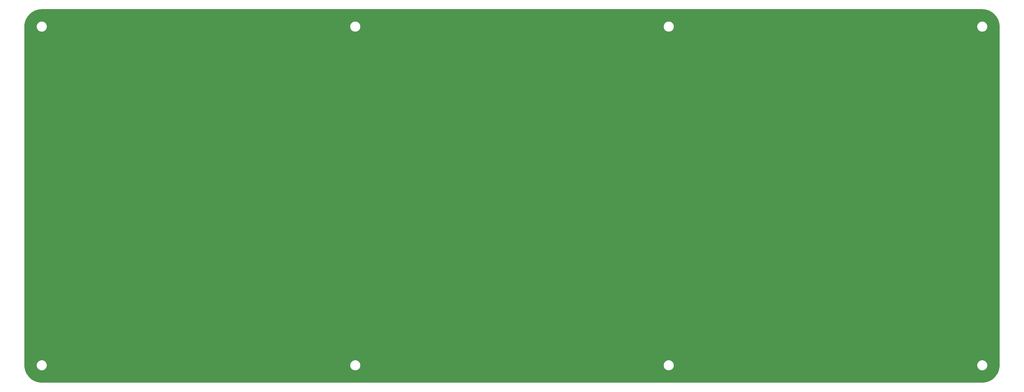
<source format=gbr>
%TF.GenerationSoftware,KiCad,Pcbnew,8.0.7*%
%TF.CreationDate,2025-01-18T15:19:19-06:00*%
%TF.ProjectId,bottom-plate,626f7474-6f6d-42d7-906c-6174652e6b69,rev?*%
%TF.SameCoordinates,Original*%
%TF.FileFunction,Copper,L2,Bot*%
%TF.FilePolarity,Positive*%
%FSLAX46Y46*%
G04 Gerber Fmt 4.6, Leading zero omitted, Abs format (unit mm)*
G04 Created by KiCad (PCBNEW 8.0.7) date 2025-01-18 15:19:19*
%MOMM*%
%LPD*%
G01*
G04 APERTURE LIST*
G04 APERTURE END LIST*
%TA.AperFunction,NonConductor*%
G36*
X320010395Y-17898601D02*
G01*
X320443858Y-17916124D01*
X320453321Y-17916870D01*
X320872916Y-17966179D01*
X320882631Y-17967715D01*
X321255340Y-18041934D01*
X321296282Y-18050087D01*
X321305718Y-18052352D01*
X321712583Y-18167068D01*
X321721792Y-18170059D01*
X322117695Y-18316053D01*
X322126724Y-18319794D01*
X322482494Y-18483932D01*
X322508700Y-18496022D01*
X322517511Y-18500522D01*
X322886240Y-18707774D01*
X322894201Y-18712652D01*
X323245648Y-18946633D01*
X323253738Y-18952503D01*
X323427979Y-19090015D01*
X323584744Y-19213734D01*
X323592121Y-19220040D01*
X323902252Y-19506884D01*
X323909089Y-19513721D01*
X324195942Y-19823873D01*
X324202248Y-19831250D01*
X324463480Y-20162271D01*
X324469353Y-20170364D01*
X324703350Y-20521786D01*
X324708235Y-20529758D01*
X324915479Y-20898510D01*
X324919974Y-20907312D01*
X325096213Y-21289275D01*
X325099961Y-21298323D01*
X325245933Y-21694160D01*
X325248940Y-21703416D01*
X325363646Y-22110289D01*
X325365910Y-22119716D01*
X325430773Y-22445408D01*
X325444805Y-22515866D01*
X325448289Y-22533357D01*
X325449830Y-22543106D01*
X325499128Y-22962642D01*
X325499874Y-22972111D01*
X325512110Y-23275225D01*
X325516827Y-23392085D01*
X325517413Y-23406588D01*
X325517514Y-23411590D01*
X325517514Y-130636408D01*
X325517413Y-130641408D01*
X325517336Y-130643313D01*
X325499874Y-131075888D01*
X325499128Y-131085357D01*
X325449831Y-131504889D01*
X325448290Y-131514638D01*
X325365910Y-131928281D01*
X325363646Y-131937707D01*
X325248940Y-132344586D01*
X325245933Y-132353843D01*
X325099964Y-132749667D01*
X325096216Y-132758715D01*
X324919964Y-133140704D01*
X324915469Y-133149505D01*
X324708234Y-133518243D01*
X324703349Y-133526216D01*
X324469355Y-133877631D01*
X324463482Y-133885723D01*
X324202253Y-134216745D01*
X324195947Y-134224123D01*
X323909089Y-134534280D01*
X323902252Y-134541117D01*
X323592121Y-134827962D01*
X323584744Y-134834268D01*
X323253751Y-135095488D01*
X323245648Y-135101368D01*
X322894211Y-135335338D01*
X322886252Y-135340215D01*
X322517505Y-135547481D01*
X322508692Y-135551981D01*
X322126726Y-135728200D01*
X322117684Y-135731946D01*
X321721821Y-135877928D01*
X321712568Y-135880934D01*
X321305714Y-135995646D01*
X321296281Y-135997911D01*
X320882641Y-136080282D01*
X320872897Y-136081823D01*
X320453981Y-136131053D01*
X320444253Y-136131809D01*
X320010806Y-136148409D01*
X320006061Y-136148500D01*
X22278941Y-136148500D01*
X22274206Y-136148410D01*
X21839693Y-136131806D01*
X21829955Y-136131048D01*
X21411111Y-136081824D01*
X21401366Y-136080284D01*
X20987714Y-135997909D01*
X20978283Y-135995644D01*
X20571425Y-135880935D01*
X20562170Y-135877929D01*
X20166308Y-135731942D01*
X20157266Y-135728196D01*
X19775306Y-135551977D01*
X19766497Y-135547478D01*
X19397740Y-135340218D01*
X19389785Y-135335345D01*
X19038347Y-135101357D01*
X19030271Y-135095496D01*
X18699253Y-134834260D01*
X18691878Y-134827956D01*
X18381731Y-134541114D01*
X18374890Y-134534273D01*
X18088039Y-134224115D01*
X18081735Y-134216740D01*
X17989868Y-134100332D01*
X17820497Y-133885715D01*
X17814641Y-133877646D01*
X17580648Y-133526211D01*
X17575783Y-133518271D01*
X17368510Y-133149483D01*
X17364027Y-133140704D01*
X17187794Y-132758715D01*
X17184051Y-132749681D01*
X17038068Y-132353830D01*
X17035062Y-132344573D01*
X17007525Y-132246902D01*
X16920352Y-131937707D01*
X16918090Y-131928288D01*
X16913273Y-131904101D01*
X16835715Y-131514634D01*
X16834176Y-131504890D01*
X16832333Y-131489204D01*
X16784873Y-131085363D01*
X16784127Y-131075899D01*
X16782250Y-131029380D01*
X16766667Y-130643082D01*
X20662202Y-130643082D01*
X20662206Y-130657085D01*
X20662329Y-130662211D01*
X20670192Y-130712505D01*
X20670968Y-130718392D01*
X20676418Y-130769045D01*
X20677611Y-130773962D01*
X20682861Y-130793543D01*
X20715537Y-131002549D01*
X20716865Y-131027991D01*
X20716796Y-131029344D01*
X20716797Y-131029355D01*
X20716797Y-131029359D01*
X20726942Y-131076744D01*
X20728200Y-131083546D01*
X20735684Y-131131409D01*
X20735685Y-131131415D01*
X20736232Y-131132649D01*
X20744100Y-131156883D01*
X20744386Y-131158218D01*
X20744387Y-131158221D01*
X20744388Y-131158223D01*
X20766446Y-131201356D01*
X20769423Y-131207602D01*
X20789045Y-131251910D01*
X20789890Y-131252957D01*
X20803771Y-131274343D01*
X20860415Y-131385106D01*
X20901292Y-131465037D01*
X20910287Y-131488415D01*
X20910609Y-131489191D01*
X20910610Y-131489193D01*
X20911165Y-131490154D01*
X20935610Y-131532495D01*
X20938622Y-131538033D01*
X20961391Y-131582554D01*
X20961394Y-131582557D01*
X20961875Y-131583256D01*
X20976013Y-131602683D01*
X20976504Y-131603323D01*
X21011849Y-131638666D01*
X21016196Y-131643239D01*
X21049718Y-131680358D01*
X21049720Y-131680359D01*
X21049721Y-131680360D01*
X21050388Y-131680929D01*
X21069838Y-131696654D01*
X21103780Y-131730595D01*
X21219348Y-131846161D01*
X21235073Y-131865608D01*
X21235644Y-131866278D01*
X21235647Y-131866283D01*
X21235650Y-131866286D01*
X21235653Y-131866289D01*
X21272767Y-131899806D01*
X21277341Y-131904153D01*
X21312685Y-131939498D01*
X21313401Y-131940048D01*
X21332733Y-131954114D01*
X21333448Y-131954607D01*
X21333449Y-131954607D01*
X21333451Y-131954609D01*
X21377979Y-131977380D01*
X21383472Y-131980367D01*
X21426818Y-132005393D01*
X21426820Y-132005393D01*
X21426823Y-132005395D01*
X21427623Y-132005727D01*
X21450977Y-132014712D01*
X21640971Y-132111873D01*
X21662593Y-132125944D01*
X21663049Y-132126314D01*
X21708009Y-132146355D01*
X21713951Y-132149195D01*
X21757783Y-132171610D01*
X21758353Y-132171732D01*
X21782888Y-132179731D01*
X21783411Y-132179964D01*
X21783416Y-132179966D01*
X21832054Y-132187690D01*
X21838497Y-132188891D01*
X21886646Y-132199201D01*
X21887230Y-132199171D01*
X21912991Y-132200544D01*
X22123649Y-132234002D01*
X22124071Y-132234069D01*
X22148958Y-132240731D01*
X22149587Y-132240972D01*
X22179166Y-132244054D01*
X22198446Y-132246063D01*
X22205047Y-132246930D01*
X22220972Y-132249459D01*
X22253570Y-132254637D01*
X22254229Y-132254567D01*
X22279999Y-132254562D01*
X22280661Y-132254631D01*
X22329194Y-132246899D01*
X22335775Y-132246032D01*
X22354716Y-132244049D01*
X22384638Y-132240918D01*
X22385256Y-132240680D01*
X22410143Y-132234004D01*
X22620099Y-132200560D01*
X22645910Y-132199178D01*
X22646354Y-132199201D01*
X22694660Y-132188857D01*
X22701029Y-132187668D01*
X22749805Y-132179900D01*
X22750199Y-132179723D01*
X22774793Y-132171701D01*
X22774909Y-132171675D01*
X22775217Y-132171610D01*
X22819160Y-132149136D01*
X22825072Y-132146308D01*
X22825368Y-132146176D01*
X22870148Y-132126192D01*
X22870454Y-132125944D01*
X22870485Y-132125919D01*
X22892155Y-132111808D01*
X22892396Y-132111685D01*
X23082024Y-132014709D01*
X23105381Y-132005724D01*
X23106179Y-132005393D01*
X23106182Y-132005393D01*
X23149497Y-131980384D01*
X23155027Y-131977376D01*
X23199549Y-131954609D01*
X23199550Y-131954607D01*
X23199552Y-131954607D01*
X23200320Y-131954077D01*
X23219573Y-131940067D01*
X23220311Y-131939501D01*
X23226778Y-131933034D01*
X23255678Y-131904133D01*
X23260233Y-131899804D01*
X23260259Y-131899781D01*
X23297353Y-131866283D01*
X23297353Y-131866282D01*
X23297943Y-131865590D01*
X23313652Y-131846160D01*
X23463159Y-131696655D01*
X23482605Y-131680934D01*
X23483283Y-131680357D01*
X23516792Y-131643251D01*
X23521142Y-131638674D01*
X23521725Y-131638091D01*
X23556497Y-131603321D01*
X23556498Y-131603318D01*
X23557060Y-131602587D01*
X23571093Y-131583301D01*
X23571602Y-131582560D01*
X23571609Y-131582554D01*
X23594377Y-131538033D01*
X23597388Y-131532496D01*
X23597801Y-131531781D01*
X23622390Y-131489193D01*
X23622391Y-131489187D01*
X23622745Y-131488334D01*
X23631709Y-131465031D01*
X23631967Y-131464527D01*
X23728811Y-131275156D01*
X23742919Y-131253490D01*
X23743196Y-131253150D01*
X23743749Y-131251911D01*
X23763311Y-131208077D01*
X23766137Y-131202170D01*
X23788612Y-131158223D01*
X23788703Y-131157795D01*
X23796725Y-131133204D01*
X23796903Y-131132807D01*
X23804670Y-131084040D01*
X23805869Y-131077623D01*
X23816202Y-131029366D01*
X23816202Y-131029363D01*
X23816203Y-131029359D01*
X23816180Y-131028917D01*
X23817562Y-131003105D01*
X23851008Y-130793142D01*
X23857686Y-130768251D01*
X23857689Y-130768244D01*
X23857922Y-130767636D01*
X23863040Y-130718726D01*
X23863903Y-130712186D01*
X23871634Y-130663659D01*
X23871565Y-130662997D01*
X23871570Y-130637227D01*
X23871640Y-130636568D01*
X23871639Y-130636562D01*
X119912360Y-130636562D01*
X119912360Y-130636563D01*
X119912363Y-130636587D01*
X119912428Y-130637211D01*
X119912432Y-130637244D01*
X119912437Y-130662978D01*
X119912366Y-130663655D01*
X119912366Y-130663660D01*
X119920094Y-130712176D01*
X119920964Y-130718770D01*
X119926078Y-130767633D01*
X119926318Y-130768257D01*
X119932992Y-130793141D01*
X119966309Y-131002295D01*
X119967575Y-131026493D01*
X119967696Y-131028059D01*
X119978072Y-131077141D01*
X119979209Y-131083280D01*
X119987098Y-131132803D01*
X119987540Y-131134292D01*
X119994446Y-131155556D01*
X119994949Y-131156981D01*
X119994952Y-131156988D01*
X119994953Y-131156990D01*
X120017497Y-131201356D01*
X120017676Y-131201708D01*
X120020363Y-131207344D01*
X120023433Y-131214222D01*
X120040804Y-131253146D01*
X120040809Y-131253156D01*
X120041635Y-131254502D01*
X120054821Y-131274809D01*
X120151224Y-131464526D01*
X120160451Y-131488604D01*
X120160606Y-131489184D01*
X120160607Y-131489187D01*
X120185214Y-131531809D01*
X120188370Y-131537631D01*
X120210091Y-131580375D01*
X120210651Y-131581477D01*
X120211051Y-131581922D01*
X120226195Y-131602789D01*
X120226500Y-131603317D01*
X120226502Y-131603319D01*
X120261274Y-131638091D01*
X120265834Y-131642901D01*
X120266169Y-131643274D01*
X120298723Y-131679509D01*
X120299228Y-131679838D01*
X120319259Y-131696076D01*
X120469344Y-131846160D01*
X120485088Y-131865632D01*
X120485642Y-131866281D01*
X120485646Y-131866287D01*
X120485649Y-131866289D01*
X120485651Y-131866292D01*
X120522774Y-131899817D01*
X120527349Y-131904165D01*
X120562679Y-131939496D01*
X120563411Y-131940058D01*
X120582725Y-131954111D01*
X120583444Y-131954606D01*
X120583451Y-131954612D01*
X120627969Y-131977377D01*
X120633507Y-131980389D01*
X120676808Y-132005390D01*
X120677628Y-132005730D01*
X120700972Y-132014709D01*
X120890979Y-132111875D01*
X120912602Y-132125948D01*
X120913049Y-132126311D01*
X120913050Y-132126311D01*
X120913051Y-132126312D01*
X120958026Y-132146359D01*
X120963969Y-132149201D01*
X121007790Y-132171611D01*
X121008349Y-132171730D01*
X121032888Y-132179729D01*
X121033419Y-132179966D01*
X121033422Y-132179966D01*
X121033424Y-132179967D01*
X121053082Y-132183088D01*
X121082024Y-132187685D01*
X121088507Y-132188892D01*
X121136654Y-132199201D01*
X121137232Y-132199171D01*
X121162992Y-132200544D01*
X121373934Y-132234047D01*
X121398875Y-132240731D01*
X121399361Y-132240918D01*
X121399360Y-132240918D01*
X121431801Y-132244313D01*
X121448364Y-132246047D01*
X121454895Y-132246906D01*
X121503568Y-132254637D01*
X121504083Y-132254582D01*
X121529903Y-132254582D01*
X121530429Y-132254637D01*
X121579104Y-132246905D01*
X121585618Y-132246049D01*
X121601588Y-132244377D01*
X121634636Y-132240919D01*
X121635116Y-132240734D01*
X121660063Y-132234047D01*
X121871424Y-132200478D01*
X121897023Y-132199097D01*
X121898023Y-132199147D01*
X121945750Y-132188861D01*
X121952390Y-132187620D01*
X122000585Y-132179966D01*
X122001500Y-132179557D01*
X122025868Y-132171596D01*
X122026850Y-132171385D01*
X122070277Y-132149102D01*
X122076384Y-132146179D01*
X122120953Y-132126314D01*
X122121737Y-132125677D01*
X122143211Y-132111683D01*
X122160979Y-132102567D01*
X122331705Y-132014973D01*
X122349897Y-132007983D01*
X122355225Y-132005788D01*
X122355231Y-132005787D01*
X122379594Y-131991786D01*
X122399516Y-131980339D01*
X122404677Y-131977534D01*
X122450102Y-131954229D01*
X122450109Y-131954221D01*
X122454914Y-131950900D01*
X122464826Y-131943693D01*
X122469486Y-131940133D01*
X122469494Y-131940129D01*
X122505700Y-131904070D01*
X122509908Y-131900074D01*
X122547789Y-131865774D01*
X122547793Y-131865767D01*
X122551539Y-131861356D01*
X122563774Y-131846233D01*
X122714378Y-131696248D01*
X122734226Y-131680192D01*
X122735276Y-131679509D01*
X122767729Y-131643383D01*
X122772452Y-131638411D01*
X122806867Y-131604139D01*
X122807492Y-131603061D01*
X122822517Y-131582401D01*
X122823349Y-131581476D01*
X122823354Y-131581468D01*
X122845349Y-131538179D01*
X122848627Y-131532147D01*
X122869200Y-131496683D01*
X122872992Y-131490148D01*
X122873248Y-131489203D01*
X122873318Y-131488941D01*
X122882479Y-131465108D01*
X122979179Y-131274806D01*
X122992348Y-131254524D01*
X122993189Y-131253156D01*
X122993192Y-131253152D01*
X123013647Y-131207315D01*
X123016309Y-131201733D01*
X123039046Y-131156990D01*
X123039048Y-131156981D01*
X123039573Y-131155496D01*
X123046436Y-131134365D01*
X123046897Y-131132813D01*
X123046900Y-131132808D01*
X123054796Y-131083228D01*
X123055915Y-131077188D01*
X123066303Y-131028055D01*
X123066302Y-131028046D01*
X123066426Y-131026464D01*
X123067689Y-131002292D01*
X123068394Y-130997866D01*
X123101006Y-130793139D01*
X123107680Y-130768257D01*
X123107920Y-130767634D01*
X123113037Y-130718734D01*
X123113905Y-130712164D01*
X123113907Y-130712156D01*
X123121632Y-130663661D01*
X123121563Y-130662998D01*
X123121569Y-130637222D01*
X123121570Y-130637211D01*
X123121638Y-130636566D01*
X123121637Y-130636562D01*
X219162360Y-130636562D01*
X219162360Y-130636563D01*
X219162363Y-130636587D01*
X219162428Y-130637211D01*
X219162432Y-130637244D01*
X219162437Y-130662978D01*
X219162366Y-130663655D01*
X219162366Y-130663660D01*
X219170094Y-130712176D01*
X219170964Y-130718770D01*
X219176078Y-130767633D01*
X219176318Y-130768257D01*
X219182992Y-130793141D01*
X219182993Y-130793145D01*
X219216307Y-131002285D01*
X219216308Y-131002288D01*
X219217572Y-131026463D01*
X219217695Y-131028051D01*
X219228069Y-131077125D01*
X219229206Y-131083262D01*
X219237098Y-131132808D01*
X219237550Y-131134329D01*
X219244426Y-131155495D01*
X219244948Y-131156976D01*
X219267668Y-131201691D01*
X219270353Y-131207323D01*
X219290804Y-131253147D01*
X219291628Y-131254488D01*
X219304817Y-131274806D01*
X219401511Y-131465108D01*
X219410667Y-131488923D01*
X219410997Y-131490145D01*
X219411001Y-131490154D01*
X219435357Y-131532140D01*
X219438640Y-131538179D01*
X219460636Y-131581468D01*
X219461479Y-131582407D01*
X219476496Y-131603055D01*
X219477128Y-131604146D01*
X219511518Y-131638393D01*
X219516261Y-131643386D01*
X219548707Y-131679502D01*
X219549765Y-131680191D01*
X219569612Y-131696246D01*
X219720143Y-131846154D01*
X219720219Y-131846230D01*
X219732462Y-131861360D01*
X219736207Y-131865770D01*
X219736210Y-131865774D01*
X219773806Y-131899817D01*
X219774063Y-131900049D01*
X219778324Y-131904096D01*
X219814512Y-131940134D01*
X219814514Y-131940135D01*
X219819159Y-131943684D01*
X219829114Y-131950921D01*
X219833896Y-131954228D01*
X219833897Y-131954229D01*
X219879349Y-131977548D01*
X219884484Y-131980339D01*
X219903771Y-131991421D01*
X219928775Y-132005790D01*
X219934105Y-132007985D01*
X219952297Y-132014976D01*
X220140790Y-132111685D01*
X220162260Y-132125677D01*
X220163046Y-132126314D01*
X220207607Y-132146176D01*
X220207614Y-132146179D01*
X220213737Y-132149112D01*
X220236563Y-132160823D01*
X220257144Y-132171383D01*
X220257148Y-132171385D01*
X220258126Y-132171595D01*
X220282498Y-132179558D01*
X220283414Y-132179967D01*
X220331656Y-132187628D01*
X220338234Y-132188858D01*
X220385975Y-132199147D01*
X220386973Y-132199097D01*
X220412572Y-132200478D01*
X220623939Y-132234047D01*
X220648884Y-132240732D01*
X220649370Y-132240919D01*
X220698410Y-132246051D01*
X220704914Y-132246907D01*
X220753579Y-132254637D01*
X220754094Y-132254582D01*
X220779913Y-132254582D01*
X220780439Y-132254637D01*
X220829106Y-132246906D01*
X220835649Y-132246046D01*
X220835802Y-132246030D01*
X220884647Y-132240918D01*
X220885136Y-132240730D01*
X220910068Y-132234048D01*
X221121014Y-132200543D01*
X221146775Y-132199170D01*
X221147362Y-132199200D01*
X221147367Y-132199199D01*
X221147368Y-132199199D01*
X221195494Y-132188894D01*
X221201993Y-132187682D01*
X221250588Y-132179965D01*
X221251118Y-132179728D01*
X221275654Y-132171730D01*
X221276225Y-132171608D01*
X221320050Y-132149195D01*
X221325991Y-132146354D01*
X221370956Y-132126312D01*
X221371404Y-132125948D01*
X221393029Y-132111872D01*
X221583016Y-132014712D01*
X221606298Y-132005756D01*
X221607162Y-132005398D01*
X221607161Y-132005398D01*
X221607166Y-132005397D01*
X221650495Y-131980381D01*
X221656020Y-131977377D01*
X221656036Y-131977369D01*
X221700548Y-131954606D01*
X221700549Y-131954604D01*
X221701370Y-131954039D01*
X221720518Y-131940104D01*
X221721293Y-131939510D01*
X221721297Y-131939508D01*
X221756673Y-131904133D01*
X221761224Y-131899808D01*
X221761229Y-131899804D01*
X221798343Y-131866287D01*
X221798350Y-131866281D01*
X221798950Y-131865576D01*
X221814648Y-131846161D01*
X221964742Y-131696077D01*
X221984778Y-131679836D01*
X221985290Y-131679503D01*
X222018172Y-131642901D01*
X222022702Y-131638120D01*
X222057496Y-131603330D01*
X222057799Y-131602804D01*
X222072954Y-131581922D01*
X222073355Y-131581476D01*
X222073361Y-131581469D01*
X222095643Y-131537614D01*
X222098791Y-131531809D01*
X222123392Y-131489203D01*
X222123549Y-131488614D01*
X222132776Y-131464533D01*
X222209590Y-131313359D01*
X222229180Y-131274807D01*
X222242345Y-131254531D01*
X222243186Y-131253159D01*
X222243192Y-131253152D01*
X222263644Y-131207323D01*
X222266313Y-131201724D01*
X222289049Y-131156981D01*
X222289051Y-131156969D01*
X222289591Y-131155442D01*
X222296442Y-131134348D01*
X222296897Y-131132814D01*
X222296900Y-131132808D01*
X222304795Y-131083237D01*
X222305927Y-131077133D01*
X222305929Y-131077125D01*
X222316304Y-131028046D01*
X222316303Y-131028038D01*
X222316428Y-131026434D01*
X222317690Y-131002288D01*
X222351006Y-130793141D01*
X222357683Y-130768252D01*
X222357686Y-130768244D01*
X222357920Y-130767634D01*
X222363037Y-130718734D01*
X222363905Y-130712164D01*
X222363907Y-130712156D01*
X222371632Y-130663661D01*
X222371563Y-130662998D01*
X222371568Y-130643313D01*
X318413205Y-130643313D01*
X318413209Y-130656928D01*
X318413335Y-130662178D01*
X318421204Y-130712526D01*
X318421979Y-130718401D01*
X318427433Y-130769077D01*
X318428675Y-130774194D01*
X318433866Y-130793549D01*
X318466528Y-131002546D01*
X318467855Y-131027988D01*
X318467784Y-131029371D01*
X318467785Y-131029380D01*
X318477921Y-131076714D01*
X318479182Y-131083529D01*
X318486661Y-131131381D01*
X318487222Y-131132647D01*
X318495090Y-131156883D01*
X318495379Y-131158234D01*
X318495380Y-131158238D01*
X318517434Y-131201360D01*
X318520408Y-131207599D01*
X318531891Y-131233534D01*
X318540017Y-131251886D01*
X318540883Y-131252959D01*
X318554757Y-131274335D01*
X318652029Y-131464526D01*
X318652295Y-131465045D01*
X318661274Y-131488382D01*
X318661612Y-131489199D01*
X318661614Y-131489203D01*
X318662160Y-131490148D01*
X318686618Y-131532511D01*
X318689629Y-131538045D01*
X318712404Y-131582574D01*
X318712888Y-131583275D01*
X318726958Y-131602611D01*
X318727511Y-131603332D01*
X318762882Y-131638700D01*
X318767229Y-131643274D01*
X318800729Y-131680367D01*
X318801405Y-131680943D01*
X318820851Y-131696666D01*
X318970355Y-131846160D01*
X318986052Y-131865571D01*
X318986647Y-131866270D01*
X318986648Y-131866271D01*
X318986664Y-131866285D01*
X319023765Y-131899793D01*
X319028331Y-131904133D01*
X319063709Y-131939508D01*
X319064472Y-131940093D01*
X319083652Y-131954050D01*
X319084450Y-131954601D01*
X319128989Y-131977380D01*
X319134508Y-131980381D01*
X319177828Y-132005390D01*
X319177842Y-132005398D01*
X319178746Y-132005772D01*
X319201983Y-132014710D01*
X319391961Y-132111872D01*
X319413573Y-132125936D01*
X319414041Y-132126316D01*
X319458886Y-132146305D01*
X319458958Y-132146337D01*
X319464934Y-132149193D01*
X319508755Y-132171605D01*
X319508756Y-132171605D01*
X319508758Y-132171606D01*
X319509341Y-132171731D01*
X319533861Y-132179724D01*
X319534408Y-132179968D01*
X319541988Y-132181171D01*
X319583009Y-132187685D01*
X319589486Y-132188892D01*
X319637618Y-132199200D01*
X319638224Y-132199169D01*
X319663974Y-132200543D01*
X319875091Y-132234070D01*
X319899979Y-132240734D01*
X319900603Y-132240973D01*
X319949523Y-132246069D01*
X319956035Y-132246925D01*
X320004589Y-132254637D01*
X320005247Y-132254567D01*
X320031025Y-132254563D01*
X320031678Y-132254631D01*
X320080231Y-132246895D01*
X320086789Y-132246031D01*
X320135657Y-132240917D01*
X320136270Y-132240681D01*
X320161160Y-132234003D01*
X320371102Y-132200560D01*
X320396913Y-132199178D01*
X320397352Y-132199201D01*
X320397362Y-132199199D01*
X320404531Y-132197663D01*
X320445645Y-132188860D01*
X320452048Y-132187665D01*
X320500810Y-132179899D01*
X320501207Y-132179721D01*
X320525791Y-132171701D01*
X320526216Y-132171611D01*
X320544170Y-132162428D01*
X320570159Y-132149139D01*
X320576082Y-132146305D01*
X320585960Y-132141896D01*
X320621153Y-132126191D01*
X320621491Y-132125916D01*
X320643151Y-132111810D01*
X320833048Y-132014701D01*
X320856411Y-132005716D01*
X320857203Y-132005388D01*
X320857206Y-132005385D01*
X320857210Y-132005385D01*
X320900546Y-131980362D01*
X320906013Y-131977388D01*
X320950555Y-131954612D01*
X320950563Y-131954605D01*
X320951273Y-131954116D01*
X320970639Y-131940024D01*
X320971330Y-131939492D01*
X320971337Y-131939489D01*
X321006711Y-131904111D01*
X321011245Y-131899804D01*
X321048360Y-131866287D01*
X321048364Y-131866281D01*
X321048918Y-131865631D01*
X321064661Y-131846158D01*
X321214151Y-131696658D01*
X321233483Y-131681030D01*
X321234258Y-131680370D01*
X321234257Y-131680370D01*
X321234260Y-131680369D01*
X321267803Y-131643228D01*
X321272127Y-131638680D01*
X321289678Y-131621128D01*
X321307500Y-131603305D01*
X321307503Y-131603298D01*
X321308128Y-131602486D01*
X321321998Y-131583424D01*
X321322585Y-131582573D01*
X321322590Y-131582568D01*
X321345378Y-131538009D01*
X321348358Y-131532528D01*
X321373389Y-131489174D01*
X321373389Y-131489171D01*
X321373391Y-131489169D01*
X321373768Y-131488258D01*
X321382703Y-131465031D01*
X321479818Y-131275146D01*
X321493918Y-131253492D01*
X321494210Y-131253133D01*
X321514328Y-131208046D01*
X321517141Y-131202170D01*
X321539610Y-131158239D01*
X321539706Y-131157788D01*
X321547726Y-131133205D01*
X321547913Y-131132787D01*
X321548132Y-131131415D01*
X321555668Y-131084086D01*
X321556868Y-131077648D01*
X321567206Y-131029376D01*
X321567182Y-131028913D01*
X321568563Y-131003106D01*
X321602001Y-130793139D01*
X321608678Y-130768251D01*
X321608907Y-130767655D01*
X321608910Y-130767632D01*
X321610103Y-130756225D01*
X321614026Y-130718760D01*
X321614887Y-130712219D01*
X321622625Y-130663639D01*
X321622559Y-130663005D01*
X321622564Y-130637216D01*
X321622631Y-130636587D01*
X321615765Y-130593346D01*
X321614923Y-130588043D01*
X321614056Y-130581452D01*
X321608960Y-130532565D01*
X321608730Y-130531964D01*
X321602066Y-130507074D01*
X321568547Y-130295981D01*
X321567175Y-130270233D01*
X321567206Y-130269630D01*
X321556899Y-130221507D01*
X321555688Y-130215000D01*
X321548494Y-130169690D01*
X321547978Y-130166438D01*
X321547729Y-130165880D01*
X321539736Y-130141357D01*
X321539613Y-130140781D01*
X321539610Y-130140767D01*
X321517192Y-130096935D01*
X321514368Y-130091029D01*
X321494330Y-130046068D01*
X321493939Y-130045585D01*
X321479882Y-130023983D01*
X321461439Y-129987923D01*
X321382705Y-129833981D01*
X321373794Y-129810812D01*
X321373393Y-129809843D01*
X321373392Y-129809839D01*
X321348363Y-129766484D01*
X321345370Y-129760980D01*
X321322592Y-129716440D01*
X321322032Y-129715628D01*
X321308113Y-129696500D01*
X321307507Y-129695711D01*
X321307505Y-129695707D01*
X321272108Y-129660306D01*
X321267792Y-129655764D01*
X321234260Y-129618637D01*
X321234259Y-129618636D01*
X321233492Y-129617983D01*
X321214155Y-129602348D01*
X321064663Y-129452842D01*
X321048908Y-129433355D01*
X321048363Y-129432715D01*
X321048360Y-129432712D01*
X321011244Y-129399194D01*
X321006691Y-129394865D01*
X320971346Y-129359518D01*
X320971345Y-129359517D01*
X320971342Y-129359514D01*
X320971337Y-129359511D01*
X320970693Y-129359017D01*
X320951193Y-129344826D01*
X320950556Y-129344388D01*
X320950555Y-129344387D01*
X320906057Y-129321631D01*
X320900513Y-129318615D01*
X320857217Y-129293616D01*
X320856487Y-129293314D01*
X320833051Y-129284297D01*
X320642350Y-129186776D01*
X320620965Y-129172897D01*
X320620933Y-129172871D01*
X320619916Y-129172051D01*
X320619914Y-129172050D01*
X320619913Y-129172049D01*
X320575589Y-129152419D01*
X320569345Y-129149443D01*
X320569245Y-129149392D01*
X320559370Y-129144342D01*
X320526217Y-129127388D01*
X320526215Y-129127387D01*
X320524895Y-129127105D01*
X320500660Y-129119237D01*
X320499420Y-129118688D01*
X320499418Y-129118687D01*
X320451533Y-129111200D01*
X320444731Y-129109941D01*
X320397350Y-129099797D01*
X320395997Y-129099866D01*
X320370547Y-129098538D01*
X320209374Y-129073338D01*
X320161558Y-129065862D01*
X320142025Y-129060623D01*
X320137060Y-129059418D01*
X320086418Y-129053969D01*
X320080531Y-129053193D01*
X320030231Y-129045329D01*
X320025140Y-129045206D01*
X320011102Y-129045202D01*
X320006032Y-129045323D01*
X319955712Y-129053165D01*
X319949830Y-129053938D01*
X319899194Y-129059363D01*
X319894239Y-129060563D01*
X319874694Y-129065794D01*
X319664520Y-129098555D01*
X319639128Y-129099875D01*
X319637624Y-129099798D01*
X319637615Y-129099799D01*
X319590372Y-129109916D01*
X319583533Y-129111180D01*
X319535796Y-129118622D01*
X319535795Y-129118622D01*
X319535791Y-129118623D01*
X319534410Y-129119234D01*
X319510239Y-129127076D01*
X319508756Y-129127393D01*
X319465743Y-129149390D01*
X319459448Y-129152388D01*
X319415276Y-129171927D01*
X319415275Y-129171928D01*
X319414095Y-129172879D01*
X319392773Y-129186710D01*
X319254190Y-129257586D01*
X319201981Y-129284288D01*
X319178671Y-129293257D01*
X319177832Y-129293605D01*
X319134508Y-129318616D01*
X319128977Y-129321624D01*
X319084451Y-129344396D01*
X319083710Y-129344907D01*
X319064405Y-129358955D01*
X319063705Y-129359492D01*
X319028319Y-129394876D01*
X319023756Y-129399212D01*
X318986651Y-129432724D01*
X318986026Y-129433458D01*
X318970360Y-129452833D01*
X318820844Y-129602344D01*
X318801403Y-129618064D01*
X318800730Y-129618637D01*
X318767220Y-129655741D01*
X318762877Y-129660310D01*
X318727507Y-129695679D01*
X318726981Y-129696364D01*
X318712875Y-129715749D01*
X318712403Y-129716433D01*
X318689627Y-129760964D01*
X318686618Y-129766495D01*
X318665502Y-129803070D01*
X318662156Y-129808867D01*
X318661610Y-129809812D01*
X318661264Y-129810647D01*
X318652293Y-129833963D01*
X318554691Y-130024798D01*
X318540861Y-130046120D01*
X318539901Y-130047311D01*
X318539896Y-130047319D01*
X318520365Y-130091480D01*
X318517362Y-130097784D01*
X318495382Y-130140763D01*
X318495379Y-130140771D01*
X318495058Y-130142270D01*
X318487220Y-130166434D01*
X318486600Y-130167834D01*
X318486599Y-130167837D01*
X318479166Y-130215538D01*
X318477896Y-130222407D01*
X318467785Y-130269624D01*
X318467784Y-130269637D01*
X318467862Y-130271164D01*
X318466543Y-130296549D01*
X318433803Y-130506660D01*
X318428613Y-130526049D01*
X318427380Y-130531137D01*
X318421946Y-130581834D01*
X318421174Y-130587706D01*
X318413330Y-130638049D01*
X318413205Y-130643313D01*
X222371568Y-130643313D01*
X222371569Y-130637222D01*
X222371570Y-130637211D01*
X222371638Y-130636566D01*
X222363928Y-130588024D01*
X222363064Y-130581445D01*
X222357973Y-130532590D01*
X222357973Y-130532587D01*
X222357972Y-130532585D01*
X222357732Y-130531957D01*
X222351070Y-130507071D01*
X222351070Y-130507070D01*
X222317672Y-130296797D01*
X222316381Y-130271969D01*
X222316303Y-130270965D01*
X222316304Y-130270960D01*
X222306042Y-130222414D01*
X222305956Y-130222007D01*
X222304810Y-130215812D01*
X222304770Y-130215559D01*
X222296965Y-130166417D01*
X222296962Y-130166411D01*
X222296668Y-130165419D01*
X222289394Y-130143001D01*
X222289052Y-130142033D01*
X222289049Y-130142028D01*
X222289049Y-130142025D01*
X222266376Y-130097405D01*
X222263678Y-130091741D01*
X222263676Y-130091737D01*
X222243312Y-130046049D01*
X222243311Y-130046048D01*
X222243311Y-130046047D01*
X222242812Y-130045234D01*
X222229242Y-130024322D01*
X222132780Y-129834479D01*
X222123553Y-129810401D01*
X222123395Y-129809810D01*
X222122848Y-129808863D01*
X222098799Y-129767210D01*
X222095637Y-129761378D01*
X222073361Y-129717536D01*
X222072949Y-129717078D01*
X222057807Y-129696212D01*
X222057501Y-129695682D01*
X222057499Y-129695680D01*
X222057498Y-129695678D01*
X222022729Y-129660911D01*
X222018165Y-129656097D01*
X221985288Y-129619501D01*
X221984773Y-129619166D01*
X221964746Y-129602930D01*
X221814646Y-129452835D01*
X221798956Y-129433428D01*
X221798358Y-129432726D01*
X221798352Y-129432721D01*
X221798352Y-129432720D01*
X221761212Y-129399179D01*
X221756671Y-129394862D01*
X221721303Y-129359495D01*
X221721301Y-129359494D01*
X221720576Y-129358937D01*
X221701329Y-129344932D01*
X221700550Y-129344394D01*
X221700548Y-129344393D01*
X221700545Y-129344391D01*
X221700543Y-129344390D01*
X221656013Y-129321616D01*
X221650477Y-129318605D01*
X221607175Y-129293606D01*
X221606328Y-129293255D01*
X221583022Y-129284288D01*
X221392222Y-129186710D01*
X221370887Y-129172871D01*
X221369721Y-129171931D01*
X221325545Y-129152392D01*
X221319247Y-129149392D01*
X221276227Y-129127392D01*
X221276226Y-129127391D01*
X221276225Y-129127391D01*
X221274759Y-129127077D01*
X221250566Y-129119228D01*
X221249345Y-129118688D01*
X221249198Y-129118623D01*
X221201471Y-129111183D01*
X221194612Y-129109915D01*
X221147364Y-129099799D01*
X221147357Y-129099798D01*
X221145862Y-129099875D01*
X221120462Y-129098555D01*
X220910477Y-129065820D01*
X220891651Y-129060776D01*
X220886050Y-129059417D01*
X220835241Y-129053950D01*
X220829414Y-129053183D01*
X220821502Y-129051950D01*
X220778990Y-129045323D01*
X220773259Y-129045187D01*
X220760735Y-129045187D01*
X220755019Y-129045323D01*
X220704577Y-129053186D01*
X220698741Y-129053955D01*
X220647964Y-129059417D01*
X220642367Y-129060775D01*
X220623542Y-129065818D01*
X220413126Y-129098619D01*
X220387889Y-129099946D01*
X220385975Y-129099852D01*
X220385974Y-129099852D01*
X220385973Y-129099852D01*
X220339138Y-129109944D01*
X220332118Y-129111246D01*
X220284802Y-129118622D01*
X220284798Y-129118623D01*
X220283035Y-129119403D01*
X220259027Y-129127209D01*
X220257146Y-129127614D01*
X220214545Y-129149471D01*
X220208103Y-129152545D01*
X220164278Y-129171930D01*
X220164269Y-129171935D01*
X220162773Y-129173141D01*
X220141593Y-129186899D01*
X219952287Y-129284026D01*
X219934077Y-129291025D01*
X219928766Y-129293213D01*
X219884491Y-129318653D01*
X219879323Y-129321462D01*
X219833891Y-129344773D01*
X219829177Y-129348032D01*
X219819061Y-129355386D01*
X219814507Y-129358867D01*
X219778323Y-129394902D01*
X219774055Y-129398955D01*
X219736212Y-129433222D01*
X219732485Y-129437610D01*
X219720222Y-129452764D01*
X219569611Y-129602759D01*
X219549764Y-129618816D01*
X219548704Y-129619505D01*
X219516254Y-129655626D01*
X219511515Y-129660615D01*
X219477126Y-129694863D01*
X219477124Y-129694866D01*
X219476487Y-129695965D01*
X219461491Y-129716584D01*
X219460640Y-129717531D01*
X219460639Y-129717532D01*
X219438645Y-129760817D01*
X219435358Y-129766863D01*
X219411000Y-129808854D01*
X219410994Y-129808866D01*
X219410665Y-129810087D01*
X219401509Y-129833901D01*
X219304755Y-130024323D01*
X219291175Y-130045252D01*
X219290688Y-130046045D01*
X219270312Y-130091757D01*
X219267604Y-130097440D01*
X219244949Y-130142026D01*
X219244629Y-130142935D01*
X219237304Y-130165506D01*
X219237033Y-130166419D01*
X219229184Y-130215827D01*
X219228040Y-130222013D01*
X219217695Y-130270956D01*
X219217618Y-130271950D01*
X219216324Y-130296803D01*
X219182926Y-130507077D01*
X219176270Y-130531946D01*
X219176026Y-130532583D01*
X219176025Y-130532584D01*
X219170932Y-130581458D01*
X219170065Y-130588053D01*
X219162360Y-130636562D01*
X123121637Y-130636562D01*
X123113928Y-130588024D01*
X123113064Y-130581445D01*
X123107973Y-130532590D01*
X123107973Y-130532587D01*
X123107972Y-130532585D01*
X123107732Y-130531957D01*
X123101070Y-130507071D01*
X123101070Y-130507070D01*
X123067671Y-130296792D01*
X123066379Y-130271941D01*
X123066302Y-130270956D01*
X123066303Y-130270951D01*
X123055958Y-130222016D01*
X123055956Y-130222005D01*
X123054810Y-130215810D01*
X123054259Y-130212347D01*
X123046965Y-130166417D01*
X123046962Y-130166412D01*
X123046698Y-130165520D01*
X123039367Y-130142927D01*
X123039045Y-130142014D01*
X123016379Y-130097407D01*
X123013668Y-130091718D01*
X122997998Y-130056562D01*
X122993312Y-130046049D01*
X122993309Y-130046045D01*
X122992830Y-130045263D01*
X122979243Y-130024324D01*
X122882775Y-129834479D01*
X122882479Y-129833896D01*
X122873319Y-129810064D01*
X122872996Y-129808867D01*
X122872991Y-129808859D01*
X122848639Y-129766879D01*
X122845359Y-129760847D01*
X122823349Y-129717530D01*
X122823346Y-129717527D01*
X122823346Y-129717526D01*
X122822507Y-129716592D01*
X122807497Y-129695951D01*
X122806873Y-129694876D01*
X122806872Y-129694874D01*
X122772476Y-129660618D01*
X122767737Y-129655628D01*
X122735280Y-129619500D01*
X122735278Y-129619499D01*
X122735277Y-129619498D01*
X122735276Y-129619497D01*
X122734229Y-129618815D01*
X122714375Y-129602754D01*
X122713963Y-129602344D01*
X122563778Y-129452769D01*
X122551514Y-129437612D01*
X122547790Y-129433227D01*
X122547789Y-129433225D01*
X122509920Y-129398934D01*
X122505658Y-129394886D01*
X122469499Y-129358873D01*
X122464957Y-129355403D01*
X122454806Y-129348021D01*
X122450103Y-129344770D01*
X122404680Y-129321465D01*
X122399504Y-129318652D01*
X122355236Y-129293214D01*
X122349985Y-129291051D01*
X122331714Y-129284028D01*
X122142403Y-129186899D01*
X122121212Y-129173133D01*
X122119869Y-129172051D01*
X122119720Y-129171931D01*
X122119717Y-129171930D01*
X122119715Y-129171928D01*
X122075916Y-129152556D01*
X122069471Y-129149481D01*
X122026850Y-129127614D01*
X122024980Y-129127211D01*
X122000944Y-129119396D01*
X121999200Y-129118624D01*
X121951872Y-129111246D01*
X121944852Y-129109943D01*
X121898024Y-129099851D01*
X121896106Y-129099947D01*
X121870869Y-129098619D01*
X121870458Y-129098555D01*
X121660458Y-129065818D01*
X121641651Y-129060779D01*
X121636040Y-129059417D01*
X121585288Y-129053957D01*
X121579457Y-129053190D01*
X121528982Y-129045322D01*
X121523302Y-129045188D01*
X121510734Y-129045188D01*
X121505014Y-129045323D01*
X121461129Y-129052164D01*
X121454584Y-129053184D01*
X121448756Y-129053951D01*
X121397960Y-129059416D01*
X121392388Y-129060768D01*
X121373536Y-129065818D01*
X121163549Y-129098553D01*
X121138157Y-129099873D01*
X121136659Y-129099796D01*
X121136659Y-129099797D01*
X121136654Y-129099798D01*
X121135958Y-129099947D01*
X121089411Y-129109912D01*
X121082557Y-129111179D01*
X121043094Y-129117331D01*
X121034812Y-129118623D01*
X121034799Y-129118625D01*
X121034794Y-129118627D01*
X121033417Y-129119236D01*
X121009261Y-129127072D01*
X121007790Y-129127386D01*
X121007790Y-129127387D01*
X120964764Y-129149388D01*
X120958474Y-129152385D01*
X120914281Y-129171933D01*
X120914280Y-129171933D01*
X120913115Y-129172873D01*
X120891777Y-129186714D01*
X120700965Y-129284291D01*
X120677558Y-129293297D01*
X120676804Y-129293610D01*
X120633508Y-129318607D01*
X120627968Y-129321620D01*
X120583451Y-129344387D01*
X120583449Y-129344388D01*
X120582767Y-129344858D01*
X120563357Y-129358983D01*
X120562671Y-129359509D01*
X120527327Y-129394853D01*
X120522756Y-129399197D01*
X120485644Y-129432712D01*
X120485131Y-129433314D01*
X120469348Y-129452832D01*
X120319258Y-129602928D01*
X120299232Y-129619165D01*
X120298725Y-129619494D01*
X120265835Y-129656102D01*
X120261283Y-129660904D01*
X120226496Y-129695695D01*
X120226492Y-129695700D01*
X120226188Y-129696227D01*
X120211065Y-129717066D01*
X120210657Y-129717519D01*
X120210650Y-129717530D01*
X120188363Y-129761389D01*
X120185205Y-129767212D01*
X120160605Y-129809822D01*
X120160604Y-129809823D01*
X120160448Y-129810408D01*
X120151222Y-129834481D01*
X120054755Y-130024324D01*
X120041164Y-130045271D01*
X120040684Y-130046054D01*
X120020320Y-130091737D01*
X120017612Y-130097421D01*
X119994952Y-130142017D01*
X119994668Y-130142822D01*
X119987280Y-130165584D01*
X119987033Y-130166417D01*
X119979184Y-130215828D01*
X119978039Y-130222016D01*
X119967696Y-130270943D01*
X119967624Y-130271882D01*
X119966325Y-130296796D01*
X119932926Y-130507077D01*
X119926270Y-130531946D01*
X119926026Y-130532583D01*
X119926025Y-130532584D01*
X119920932Y-130581458D01*
X119920065Y-130588053D01*
X119912360Y-130636562D01*
X23871639Y-130636562D01*
X23863928Y-130588015D01*
X23863071Y-130581494D01*
X23857975Y-130532585D01*
X23857736Y-130531960D01*
X23851072Y-130507071D01*
X23851072Y-130507070D01*
X23817546Y-130295987D01*
X23816173Y-130270227D01*
X23816203Y-130269647D01*
X23805898Y-130221520D01*
X23804687Y-130215016D01*
X23796969Y-130166419D01*
X23796730Y-130165883D01*
X23788731Y-130141342D01*
X23788612Y-130140783D01*
X23766446Y-130097440D01*
X23766200Y-130096958D01*
X23763343Y-130090982D01*
X23743318Y-130046057D01*
X23743316Y-130046054D01*
X23743315Y-130046051D01*
X23742944Y-130045593D01*
X23728877Y-130023978D01*
X23631704Y-129833963D01*
X23622749Y-129810682D01*
X23622394Y-129809824D01*
X23622393Y-129809820D01*
X23597377Y-129766490D01*
X23594384Y-129760986D01*
X23571611Y-129716455D01*
X23571097Y-129715710D01*
X23557056Y-129696412D01*
X23556499Y-129695687D01*
X23521148Y-129660337D01*
X23516801Y-129655764D01*
X23484051Y-129619500D01*
X23483282Y-129618648D01*
X23483281Y-129618647D01*
X23482587Y-129618057D01*
X23463165Y-129602353D01*
X23313648Y-129452834D01*
X23297947Y-129433415D01*
X23297350Y-129432713D01*
X23260250Y-129399209D01*
X23255677Y-129394862D01*
X23220320Y-129359504D01*
X23219614Y-129358962D01*
X23200277Y-129344891D01*
X23199551Y-129344390D01*
X23165884Y-129327173D01*
X23155033Y-129321624D01*
X23149510Y-129318620D01*
X23106189Y-129293609D01*
X23105420Y-129293290D01*
X23082030Y-129284290D01*
X22891345Y-129186775D01*
X22869963Y-129172898D01*
X22868910Y-129172049D01*
X22824605Y-129152428D01*
X22818358Y-129149451D01*
X22775217Y-129127389D01*
X22775215Y-129127388D01*
X22775212Y-129127387D01*
X22775213Y-129127387D01*
X22773881Y-129127102D01*
X22749664Y-129119240D01*
X22748426Y-129118692D01*
X22748418Y-129118689D01*
X22748414Y-129118688D01*
X22748005Y-129118624D01*
X22700546Y-129111203D01*
X22693741Y-129109944D01*
X22693736Y-129109943D01*
X22646354Y-129099798D01*
X22646340Y-129099797D01*
X22644987Y-129099866D01*
X22619544Y-129098538D01*
X22410541Y-129065861D01*
X22390959Y-129060610D01*
X22386044Y-129059417D01*
X22335411Y-129053970D01*
X22329524Y-129053194D01*
X22279215Y-129045329D01*
X22274174Y-129045207D01*
X22260050Y-129045204D01*
X22255014Y-129045324D01*
X22204711Y-129053164D01*
X22198826Y-129053937D01*
X22148181Y-129059363D01*
X22143285Y-129060548D01*
X22123674Y-129065797D01*
X21913545Y-129098554D01*
X21888145Y-129099874D01*
X21886650Y-129099797D01*
X21886648Y-129099798D01*
X21886647Y-129099798D01*
X21886646Y-129099798D01*
X21869439Y-129103481D01*
X21839386Y-129109916D01*
X21832529Y-129111183D01*
X21784805Y-129118622D01*
X21783659Y-129119129D01*
X21783429Y-129119231D01*
X21759256Y-129127073D01*
X21757790Y-129127387D01*
X21757780Y-129127390D01*
X21714758Y-129149390D01*
X21708465Y-129152388D01*
X21664285Y-129171930D01*
X21664281Y-129171932D01*
X21663118Y-129172870D01*
X21641781Y-129186710D01*
X21450968Y-129284290D01*
X21427607Y-129293279D01*
X21426810Y-129293609D01*
X21383502Y-129318612D01*
X21377968Y-129321622D01*
X21333455Y-129344387D01*
X21332734Y-129344884D01*
X21313312Y-129359018D01*
X21312680Y-129359503D01*
X21277320Y-129394864D01*
X21272749Y-129399209D01*
X21235644Y-129432718D01*
X21235083Y-129433377D01*
X21219352Y-129452833D01*
X21069831Y-129602355D01*
X21050376Y-129618086D01*
X21049718Y-129618646D01*
X21016196Y-129655765D01*
X21011854Y-129660333D01*
X20976498Y-129695690D01*
X20976019Y-129696314D01*
X20961855Y-129715778D01*
X20961390Y-129716452D01*
X20938611Y-129760992D01*
X20935601Y-129766525D01*
X20910607Y-129809817D01*
X20910263Y-129810647D01*
X20901290Y-129833972D01*
X20803710Y-130024783D01*
X20789870Y-130046119D01*
X20788930Y-130047284D01*
X20788930Y-130047285D01*
X20788929Y-130047286D01*
X20788929Y-130047287D01*
X20788915Y-130047319D01*
X20769381Y-130091480D01*
X20766382Y-130097774D01*
X20744386Y-130140787D01*
X20744073Y-130142249D01*
X20736231Y-130166427D01*
X20735622Y-130167803D01*
X20735621Y-130167805D01*
X20728176Y-130215559D01*
X20726908Y-130222414D01*
X20716796Y-130269643D01*
X20716873Y-130271140D01*
X20715553Y-130296542D01*
X20682797Y-130506671D01*
X20677563Y-130526224D01*
X20676366Y-130531167D01*
X20676365Y-130531170D01*
X20676365Y-130531172D01*
X20671296Y-130578489D01*
X20670940Y-130581817D01*
X20670165Y-130587707D01*
X20662323Y-130638013D01*
X20662202Y-130643082D01*
X16766667Y-130643082D01*
X16766600Y-130641410D01*
X16766499Y-130636415D01*
X16766499Y-130587706D01*
X16767499Y-23409896D01*
X16767588Y-23405256D01*
X16768092Y-23392085D01*
X20662202Y-23392085D01*
X20662206Y-23406086D01*
X20662329Y-23411214D01*
X20670193Y-23461518D01*
X20670969Y-23467404D01*
X20676417Y-23518043D01*
X20677615Y-23522979D01*
X20682861Y-23542544D01*
X20715537Y-23751546D01*
X20716865Y-23776990D01*
X20716796Y-23778343D01*
X20716797Y-23778357D01*
X20726940Y-23825731D01*
X20728200Y-23832537D01*
X20735684Y-23880412D01*
X20736236Y-23881657D01*
X20744101Y-23905882D01*
X20744386Y-23907215D01*
X20744388Y-23907221D01*
X20766449Y-23950358D01*
X20769428Y-23956609D01*
X20789043Y-24000904D01*
X20789044Y-24000906D01*
X20789046Y-24000909D01*
X20789897Y-24001964D01*
X20803768Y-24023335D01*
X20901286Y-24214021D01*
X20901290Y-24214028D01*
X20910268Y-24237365D01*
X20910609Y-24238188D01*
X20911163Y-24239147D01*
X20935602Y-24281478D01*
X20938611Y-24287010D01*
X20961386Y-24331544D01*
X20961884Y-24332266D01*
X20975944Y-24351589D01*
X20976497Y-24352310D01*
X20976500Y-24352314D01*
X20976503Y-24352317D01*
X21011857Y-24387671D01*
X21016184Y-24392223D01*
X21048951Y-24428506D01*
X21049719Y-24429356D01*
X21050391Y-24429927D01*
X21069839Y-24445653D01*
X21219345Y-24595159D01*
X21235067Y-24614603D01*
X21235642Y-24615278D01*
X21235645Y-24615282D01*
X21272749Y-24648791D01*
X21272754Y-24648795D01*
X21277328Y-24653142D01*
X21312682Y-24688497D01*
X21313408Y-24689054D01*
X21332712Y-24703100D01*
X21333445Y-24703605D01*
X21333449Y-24703609D01*
X21333453Y-24703611D01*
X21377970Y-24726377D01*
X21383497Y-24729383D01*
X21426814Y-24754392D01*
X21426820Y-24754393D01*
X21427704Y-24754760D01*
X21450964Y-24763706D01*
X21640981Y-24860881D01*
X21662585Y-24874940D01*
X21663048Y-24875316D01*
X21707996Y-24895351D01*
X21713961Y-24898203D01*
X21757780Y-24920612D01*
X21758350Y-24920734D01*
X21782875Y-24928728D01*
X21783198Y-24928872D01*
X21783416Y-24928969D01*
X21832034Y-24936690D01*
X21838490Y-24937892D01*
X21886644Y-24948203D01*
X21887226Y-24948173D01*
X21912985Y-24949546D01*
X22123649Y-24983005D01*
X22124071Y-24983072D01*
X22148958Y-24989734D01*
X22149587Y-24989975D01*
X22179166Y-24993057D01*
X22198446Y-24995066D01*
X22205047Y-24995933D01*
X22220972Y-24998462D01*
X22253570Y-25003640D01*
X22254229Y-25003570D01*
X22279999Y-25003565D01*
X22280661Y-25003634D01*
X22329194Y-24995902D01*
X22335775Y-24995035D01*
X22354716Y-24993052D01*
X22384638Y-24989921D01*
X22385256Y-24989683D01*
X22410141Y-24983008D01*
X22620105Y-24949562D01*
X22645915Y-24948180D01*
X22646356Y-24948203D01*
X22646366Y-24948201D01*
X22652924Y-24946796D01*
X22694634Y-24937865D01*
X22701016Y-24936674D01*
X22749805Y-24928903D01*
X22750196Y-24928728D01*
X22774791Y-24920703D01*
X22775220Y-24920612D01*
X22819174Y-24898133D01*
X22825065Y-24895314D01*
X22870148Y-24875195D01*
X22870486Y-24874920D01*
X22892154Y-24860810D01*
X23082029Y-24763708D01*
X23105323Y-24754748D01*
X23106179Y-24754393D01*
X23106186Y-24754392D01*
X23149497Y-24729386D01*
X23155015Y-24726384D01*
X23155035Y-24726374D01*
X23199551Y-24703609D01*
X23199555Y-24703604D01*
X23200297Y-24703094D01*
X23219587Y-24689058D01*
X23220314Y-24688500D01*
X23220326Y-24688488D01*
X23255681Y-24653132D01*
X23260210Y-24648826D01*
X23297355Y-24615282D01*
X23297358Y-24615278D01*
X23297930Y-24614605D01*
X23313652Y-24595161D01*
X23463163Y-24445649D01*
X23482605Y-24429930D01*
X23483278Y-24429358D01*
X23483280Y-24429356D01*
X23483282Y-24429355D01*
X23516826Y-24392210D01*
X23521142Y-24387671D01*
X23556500Y-24352314D01*
X23556502Y-24352311D01*
X23557058Y-24351587D01*
X23571094Y-24332297D01*
X23571604Y-24331555D01*
X23571609Y-24331551D01*
X23594387Y-24287009D01*
X23597387Y-24281493D01*
X23622392Y-24238186D01*
X23622393Y-24238179D01*
X23622748Y-24237323D01*
X23631709Y-24214028D01*
X23728813Y-24024150D01*
X23742920Y-24002486D01*
X23743195Y-24002148D01*
X23763314Y-23957065D01*
X23766138Y-23951165D01*
X23766376Y-23950700D01*
X23788612Y-23907220D01*
X23788703Y-23906791D01*
X23796728Y-23882196D01*
X23796903Y-23881805D01*
X23804674Y-23833016D01*
X23805869Y-23826618D01*
X23805976Y-23826122D01*
X23816200Y-23778370D01*
X23816202Y-23778361D01*
X23816201Y-23778360D01*
X23816203Y-23778356D01*
X23816180Y-23777915D01*
X23817563Y-23752100D01*
X23851008Y-23542141D01*
X23857684Y-23517256D01*
X23857913Y-23516658D01*
X23857921Y-23516638D01*
X23863035Y-23467772D01*
X23863902Y-23461194D01*
X23871634Y-23412661D01*
X23871565Y-23411999D01*
X23871570Y-23386229D01*
X23871640Y-23385570D01*
X23871639Y-23385564D01*
X119912360Y-23385564D01*
X119912360Y-23385566D01*
X119912432Y-23386246D01*
X119912438Y-23411979D01*
X119912366Y-23412663D01*
X119920094Y-23461178D01*
X119920964Y-23467772D01*
X119926079Y-23516635D01*
X119926079Y-23516637D01*
X119926324Y-23517275D01*
X119932991Y-23542142D01*
X119966309Y-23751294D01*
X119967574Y-23775483D01*
X119967696Y-23777054D01*
X119978071Y-23826129D01*
X119979208Y-23832270D01*
X119987097Y-23881802D01*
X119987537Y-23883282D01*
X119994438Y-23904529D01*
X119994952Y-23905984D01*
X119994953Y-23905987D01*
X120017489Y-23950338D01*
X120017675Y-23950704D01*
X120020361Y-23956338D01*
X120030151Y-23978273D01*
X120040807Y-24002149D01*
X120040808Y-24002150D01*
X120041630Y-24003489D01*
X120054819Y-24023803D01*
X120151221Y-24213519D01*
X120160447Y-24237591D01*
X120160604Y-24238177D01*
X120160607Y-24238185D01*
X120185205Y-24280790D01*
X120188364Y-24286616D01*
X120210648Y-24330470D01*
X120210653Y-24330477D01*
X120211059Y-24330929D01*
X120226191Y-24351780D01*
X120226497Y-24352311D01*
X120261273Y-24387087D01*
X120265833Y-24391897D01*
X120298723Y-24428506D01*
X120299216Y-24428827D01*
X120299221Y-24428830D01*
X120319260Y-24445075D01*
X120469348Y-24595166D01*
X120485094Y-24614639D01*
X120485644Y-24615286D01*
X120522771Y-24648815D01*
X120527321Y-24653140D01*
X120562678Y-24688497D01*
X120562682Y-24688499D01*
X120563376Y-24689032D01*
X120582730Y-24703115D01*
X120583445Y-24703608D01*
X120583449Y-24703611D01*
X120627944Y-24726365D01*
X120627962Y-24726374D01*
X120633473Y-24729371D01*
X120676806Y-24754390D01*
X120676807Y-24754390D01*
X120676812Y-24754393D01*
X120677610Y-24754724D01*
X120700968Y-24763709D01*
X120890977Y-24860878D01*
X120912590Y-24874941D01*
X120913051Y-24875315D01*
X120958051Y-24895373D01*
X120963953Y-24898196D01*
X121007342Y-24920385D01*
X121007788Y-24920613D01*
X121008351Y-24920734D01*
X121032879Y-24928728D01*
X121033419Y-24928969D01*
X121033424Y-24928969D01*
X121033425Y-24928970D01*
X121053475Y-24932154D01*
X121082008Y-24936686D01*
X121082015Y-24936687D01*
X121088519Y-24937898D01*
X121136651Y-24948204D01*
X121137233Y-24948174D01*
X121162992Y-24949547D01*
X121373934Y-24983050D01*
X121398875Y-24989734D01*
X121399361Y-24989921D01*
X121399360Y-24989921D01*
X121431801Y-24993316D01*
X121448364Y-24995050D01*
X121454895Y-24995909D01*
X121503568Y-25003640D01*
X121504083Y-25003585D01*
X121529903Y-25003585D01*
X121530429Y-25003640D01*
X121579104Y-24995908D01*
X121585618Y-24995052D01*
X121601588Y-24993380D01*
X121634636Y-24989922D01*
X121635116Y-24989737D01*
X121660063Y-24983050D01*
X121871424Y-24949481D01*
X121897023Y-24948100D01*
X121898025Y-24948150D01*
X121945773Y-24937859D01*
X121952388Y-24936623D01*
X122000585Y-24928969D01*
X122001503Y-24928559D01*
X122025872Y-24920597D01*
X122026852Y-24920387D01*
X122070266Y-24898112D01*
X122076373Y-24895188D01*
X122101133Y-24884151D01*
X122120953Y-24875317D01*
X122121735Y-24874682D01*
X122143207Y-24860687D01*
X122331718Y-24763968D01*
X122349877Y-24756991D01*
X122355222Y-24754789D01*
X122355235Y-24754786D01*
X122399524Y-24729335D01*
X122404672Y-24726539D01*
X122450098Y-24703232D01*
X122450097Y-24703232D01*
X122450104Y-24703229D01*
X122450109Y-24703224D01*
X122454895Y-24699915D01*
X122464867Y-24692664D01*
X122469493Y-24689129D01*
X122469498Y-24689127D01*
X122505680Y-24653091D01*
X122509941Y-24649045D01*
X122547791Y-24614773D01*
X122547794Y-24614767D01*
X122551530Y-24610369D01*
X122563779Y-24595228D01*
X122714375Y-24445247D01*
X122734235Y-24429183D01*
X122735276Y-24428506D01*
X122767750Y-24392357D01*
X122772457Y-24387402D01*
X122806869Y-24353133D01*
X122807490Y-24352061D01*
X122822518Y-24331397D01*
X122823349Y-24330473D01*
X122845353Y-24287167D01*
X122848641Y-24281121D01*
X122872990Y-24239147D01*
X122872995Y-24239139D01*
X122873318Y-24237942D01*
X122882480Y-24214100D01*
X122979179Y-24023803D01*
X122992359Y-24003505D01*
X122993194Y-24002146D01*
X123010562Y-23963226D01*
X123013645Y-23956318D01*
X123016305Y-23950737D01*
X123039046Y-23905987D01*
X123039048Y-23905978D01*
X123039591Y-23904440D01*
X123046428Y-23883391D01*
X123046897Y-23881811D01*
X123046900Y-23881806D01*
X123054797Y-23832220D01*
X123055916Y-23826180D01*
X123066303Y-23777052D01*
X123066302Y-23777043D01*
X123066426Y-23775453D01*
X123067689Y-23751294D01*
X123101006Y-23542142D01*
X123107684Y-23517251D01*
X123107686Y-23517246D01*
X123107920Y-23516636D01*
X123110586Y-23491157D01*
X123113034Y-23467771D01*
X123113903Y-23461178D01*
X123121632Y-23412663D01*
X123121563Y-23412000D01*
X123121569Y-23386224D01*
X123121570Y-23386215D01*
X123121638Y-23385568D01*
X123121637Y-23385564D01*
X219162360Y-23385564D01*
X219162360Y-23385566D01*
X219162432Y-23386246D01*
X219162438Y-23411979D01*
X219162366Y-23412663D01*
X219170094Y-23461178D01*
X219170964Y-23467772D01*
X219176079Y-23516635D01*
X219176079Y-23516637D01*
X219176324Y-23517275D01*
X219182991Y-23542142D01*
X219216307Y-23751286D01*
X219217574Y-23775483D01*
X219217695Y-23777046D01*
X219228068Y-23826116D01*
X219229205Y-23832253D01*
X219237099Y-23881807D01*
X219237544Y-23883307D01*
X219244429Y-23904501D01*
X219244949Y-23905975D01*
X219244949Y-23905976D01*
X219244950Y-23905977D01*
X219267663Y-23950680D01*
X219267674Y-23950700D01*
X219270352Y-23956318D01*
X219278754Y-23975143D01*
X219290805Y-24002146D01*
X219291645Y-24003514D01*
X219304817Y-24023802D01*
X219401510Y-24214101D01*
X219410668Y-24237923D01*
X219410999Y-24239147D01*
X219435348Y-24281121D01*
X219435355Y-24281132D01*
X219438644Y-24287183D01*
X219460636Y-24330465D01*
X219461476Y-24331400D01*
X219476499Y-24352057D01*
X219476647Y-24352311D01*
X219477127Y-24353139D01*
X219511507Y-24387377D01*
X219516252Y-24392373D01*
X219548704Y-24428497D01*
X219549765Y-24429188D01*
X219569612Y-24445244D01*
X219720223Y-24595236D01*
X219732461Y-24610360D01*
X219736205Y-24614768D01*
X219736208Y-24614773D01*
X219774067Y-24649055D01*
X219778326Y-24653100D01*
X219814510Y-24689135D01*
X219819066Y-24692617D01*
X219829144Y-24699945D01*
X219833895Y-24703230D01*
X219879322Y-24726537D01*
X219884496Y-24729349D01*
X219928770Y-24754789D01*
X219934127Y-24756995D01*
X219952292Y-24763976D01*
X220140790Y-24860688D01*
X220162260Y-24874680D01*
X220163046Y-24875317D01*
X220163047Y-24875317D01*
X220163049Y-24875319D01*
X220207615Y-24895183D01*
X220213736Y-24898114D01*
X220257145Y-24920387D01*
X220258123Y-24920597D01*
X220282487Y-24928557D01*
X220283413Y-24928970D01*
X220288651Y-24929801D01*
X220331634Y-24936627D01*
X220338261Y-24937867D01*
X220373587Y-24945480D01*
X220383011Y-24947512D01*
X220385972Y-24948150D01*
X220386973Y-24948100D01*
X220412572Y-24949481D01*
X220623939Y-24983050D01*
X220648884Y-24989735D01*
X220649370Y-24989922D01*
X220698410Y-24995054D01*
X220704914Y-24995910D01*
X220753579Y-25003640D01*
X220754094Y-25003585D01*
X220779913Y-25003585D01*
X220780439Y-25003640D01*
X220829106Y-24995909D01*
X220835649Y-24995049D01*
X220835802Y-24995033D01*
X220884647Y-24989921D01*
X220885136Y-24989733D01*
X220910068Y-24983051D01*
X221121015Y-24949546D01*
X221146776Y-24948173D01*
X221147364Y-24948203D01*
X221195516Y-24937891D01*
X221201960Y-24936690D01*
X221250588Y-24928968D01*
X221251120Y-24928730D01*
X221275659Y-24920732D01*
X221275812Y-24920699D01*
X221276228Y-24920610D01*
X221320059Y-24898192D01*
X221325982Y-24895360D01*
X221370956Y-24875315D01*
X221371417Y-24874940D01*
X221393028Y-24860875D01*
X221583023Y-24763710D01*
X221606321Y-24754747D01*
X221607167Y-24754397D01*
X221607167Y-24754396D01*
X221607170Y-24754396D01*
X221650510Y-24729373D01*
X221655982Y-24726396D01*
X221700551Y-24703605D01*
X221700558Y-24703599D01*
X221701356Y-24703049D01*
X221720541Y-24689089D01*
X221721298Y-24688508D01*
X221721297Y-24688508D01*
X221721300Y-24688507D01*
X221756708Y-24653100D01*
X221761177Y-24648851D01*
X221798353Y-24615278D01*
X221798355Y-24615274D01*
X221798358Y-24615272D01*
X221798967Y-24614556D01*
X221814642Y-24595168D01*
X221964746Y-24445070D01*
X221984784Y-24428829D01*
X221985290Y-24428500D01*
X222018172Y-24391897D01*
X222022727Y-24387093D01*
X222038292Y-24371528D01*
X222057499Y-24352323D01*
X222057801Y-24351799D01*
X222072952Y-24330920D01*
X222073361Y-24330466D01*
X222095649Y-24286598D01*
X222098786Y-24280812D01*
X222123394Y-24238196D01*
X222123553Y-24237601D01*
X222132776Y-24213530D01*
X222229177Y-24023806D01*
X222242354Y-24003514D01*
X222243191Y-24002151D01*
X222243190Y-24002151D01*
X222243192Y-24002150D01*
X222260563Y-23963225D01*
X222263646Y-23956318D01*
X222266323Y-23950703D01*
X222289049Y-23905978D01*
X222289049Y-23905973D01*
X222289604Y-23904402D01*
X222296433Y-23883375D01*
X222296897Y-23881816D01*
X222296897Y-23881810D01*
X222296900Y-23881806D01*
X222304801Y-23832198D01*
X222305915Y-23826184D01*
X222316304Y-23777043D01*
X222316303Y-23777033D01*
X222316428Y-23775427D01*
X222317690Y-23751286D01*
X222351006Y-23542142D01*
X222357684Y-23517251D01*
X222357686Y-23517246D01*
X222357920Y-23516636D01*
X222360586Y-23491157D01*
X222363034Y-23467771D01*
X222363903Y-23461178D01*
X222371632Y-23412663D01*
X222371563Y-23412000D01*
X222371568Y-23392315D01*
X318413205Y-23392315D01*
X318413209Y-23405929D01*
X318413336Y-23411181D01*
X318421204Y-23461530D01*
X318421979Y-23467402D01*
X318422019Y-23467771D01*
X318427430Y-23518043D01*
X318427435Y-23518082D01*
X318428673Y-23523186D01*
X318433866Y-23542550D01*
X318466528Y-23751543D01*
X318467855Y-23776987D01*
X318467784Y-23778368D01*
X318467784Y-23778370D01*
X318477921Y-23825708D01*
X318479181Y-23832521D01*
X318486661Y-23880377D01*
X318486662Y-23880381D01*
X318487227Y-23881656D01*
X318495089Y-23905876D01*
X318495113Y-23905987D01*
X318495381Y-23907235D01*
X318495382Y-23907239D01*
X318517424Y-23950338D01*
X318520406Y-23956594D01*
X318540016Y-24000882D01*
X318540884Y-24001958D01*
X318554758Y-24023334D01*
X318652030Y-24213525D01*
X318652293Y-24214038D01*
X318661277Y-24237387D01*
X318661613Y-24238199D01*
X318686614Y-24281500D01*
X318689626Y-24287036D01*
X318712401Y-24331565D01*
X318712913Y-24332307D01*
X318726957Y-24351606D01*
X318727504Y-24352318D01*
X318727507Y-24352323D01*
X318727509Y-24352325D01*
X318727511Y-24352327D01*
X318762862Y-24387677D01*
X318767205Y-24392246D01*
X318800730Y-24429365D01*
X318801414Y-24429948D01*
X318820846Y-24445659D01*
X318970354Y-24595158D01*
X318986013Y-24614527D01*
X318986643Y-24615268D01*
X319023763Y-24648793D01*
X319028328Y-24653132D01*
X319063706Y-24688507D01*
X319064478Y-24689099D01*
X319083649Y-24703050D01*
X319084445Y-24703599D01*
X319128979Y-24726375D01*
X319134518Y-24729388D01*
X319177832Y-24754395D01*
X319177833Y-24754395D01*
X319177836Y-24754397D01*
X319177838Y-24754397D01*
X319178720Y-24754763D01*
X319201985Y-24763714D01*
X319279403Y-24803308D01*
X319391958Y-24860873D01*
X319413575Y-24874942D01*
X319414037Y-24875317D01*
X319414041Y-24875319D01*
X319458983Y-24895351D01*
X319464962Y-24898211D01*
X319489755Y-24910890D01*
X319508753Y-24920607D01*
X319509318Y-24920728D01*
X319509332Y-24920731D01*
X319533852Y-24928722D01*
X319534409Y-24928971D01*
X319583026Y-24936691D01*
X319589514Y-24937900D01*
X319637615Y-24948202D01*
X319638210Y-24948171D01*
X319663961Y-24949544D01*
X319875091Y-24983073D01*
X319899979Y-24989737D01*
X319900603Y-24989976D01*
X319949523Y-24995072D01*
X319956035Y-24995928D01*
X320004589Y-25003640D01*
X320005247Y-25003570D01*
X320031025Y-25003566D01*
X320031678Y-25003634D01*
X320080231Y-24995898D01*
X320086789Y-24995034D01*
X320135657Y-24989920D01*
X320136270Y-24989684D01*
X320161160Y-24983006D01*
X320371103Y-24949563D01*
X320396914Y-24948181D01*
X320397354Y-24948204D01*
X320445660Y-24937860D01*
X320452036Y-24936670D01*
X320500810Y-24928902D01*
X320501204Y-24928725D01*
X320525793Y-24920703D01*
X320526218Y-24920613D01*
X320570177Y-24898132D01*
X320576037Y-24895328D01*
X320621153Y-24875194D01*
X320621493Y-24874917D01*
X320643163Y-24860808D01*
X320643404Y-24860685D01*
X320833041Y-24763706D01*
X320856456Y-24754698D01*
X320857208Y-24754386D01*
X320857214Y-24754385D01*
X320900513Y-24729382D01*
X320906060Y-24726365D01*
X320950557Y-24703611D01*
X320950565Y-24703603D01*
X320951304Y-24703095D01*
X320970628Y-24689033D01*
X320971333Y-24688491D01*
X320971340Y-24688488D01*
X321006706Y-24653117D01*
X321011263Y-24648787D01*
X321048362Y-24615286D01*
X321048364Y-24615282D01*
X321048921Y-24614628D01*
X321064665Y-24595154D01*
X321214154Y-24445653D01*
X321233462Y-24430044D01*
X321234257Y-24429368D01*
X321234257Y-24429367D01*
X321234260Y-24429366D01*
X321267806Y-24392221D01*
X321272131Y-24387672D01*
X321275874Y-24383927D01*
X321307502Y-24352299D01*
X321307507Y-24352290D01*
X321308132Y-24351476D01*
X321322010Y-24332404D01*
X321322591Y-24331563D01*
X321345288Y-24287183D01*
X321345377Y-24287010D01*
X321348360Y-24281522D01*
X321373390Y-24238168D01*
X321373391Y-24238162D01*
X321373393Y-24238160D01*
X321373773Y-24237243D01*
X321382706Y-24214021D01*
X321382963Y-24213519D01*
X321479816Y-24024145D01*
X321493916Y-24002492D01*
X321494210Y-24002131D01*
X321514313Y-23957077D01*
X321517143Y-23951162D01*
X321539610Y-23907236D01*
X321539708Y-23906776D01*
X321547724Y-23882208D01*
X321547903Y-23881807D01*
X321547913Y-23881785D01*
X321555678Y-23833019D01*
X321556866Y-23826653D01*
X321567206Y-23778373D01*
X321567182Y-23777902D01*
X321568565Y-23752100D01*
X321569322Y-23747348D01*
X321602000Y-23542146D01*
X321608681Y-23517246D01*
X321608907Y-23516657D01*
X321614027Y-23467745D01*
X321614894Y-23461178D01*
X321622624Y-23412641D01*
X321622558Y-23412007D01*
X321622564Y-23386224D01*
X321622631Y-23385589D01*
X321614918Y-23337021D01*
X321614055Y-23330453D01*
X321608960Y-23281567D01*
X321608730Y-23280966D01*
X321602065Y-23256071D01*
X321568547Y-23044977D01*
X321567175Y-23019229D01*
X321567206Y-23018627D01*
X321556902Y-22970513D01*
X321555692Y-22964016D01*
X321555474Y-22962642D01*
X321547979Y-22915436D01*
X321547733Y-22914884D01*
X321539734Y-22890344D01*
X321539610Y-22889764D01*
X321517209Y-22845966D01*
X321514361Y-22840009D01*
X321494332Y-22795067D01*
X321494147Y-22794840D01*
X321493944Y-22794588D01*
X321479879Y-22772977D01*
X321382705Y-22582976D01*
X321373769Y-22559749D01*
X321373392Y-22558840D01*
X321373390Y-22558832D01*
X321348351Y-22515461D01*
X321345393Y-22510021D01*
X321322590Y-22465435D01*
X321322588Y-22465433D01*
X321322588Y-22465432D01*
X321322047Y-22464648D01*
X321308094Y-22445472D01*
X321307506Y-22444706D01*
X321307503Y-22444703D01*
X321307502Y-22444701D01*
X321272122Y-22409318D01*
X321267790Y-22404758D01*
X321234265Y-22367639D01*
X321234262Y-22367637D01*
X321234260Y-22367634D01*
X321234256Y-22367631D01*
X321233509Y-22366995D01*
X321214150Y-22351342D01*
X321064662Y-22201842D01*
X321048908Y-22182355D01*
X321048360Y-22181712D01*
X321011262Y-22148210D01*
X321006683Y-22143859D01*
X321006675Y-22143851D01*
X320971340Y-22108512D01*
X320971337Y-22108510D01*
X320971336Y-22108509D01*
X320970695Y-22108017D01*
X320951262Y-22093875D01*
X320950556Y-22093388D01*
X320906053Y-22070630D01*
X320900507Y-22067613D01*
X320857214Y-22042615D01*
X320856479Y-22042310D01*
X320833044Y-22033294D01*
X320642351Y-21935776D01*
X320620963Y-21921893D01*
X320619914Y-21921047D01*
X320619912Y-21921046D01*
X320619909Y-21921044D01*
X320575594Y-21901419D01*
X320569350Y-21898443D01*
X320526217Y-21876386D01*
X320524897Y-21876104D01*
X320500652Y-21868233D01*
X320500647Y-21868231D01*
X320500330Y-21868090D01*
X320499418Y-21867686D01*
X320499413Y-21867685D01*
X320451545Y-21860200D01*
X320444744Y-21858942D01*
X320397354Y-21848796D01*
X320397352Y-21848796D01*
X320397341Y-21848795D01*
X320395990Y-21848864D01*
X320370545Y-21847536D01*
X320161560Y-21814862D01*
X320142026Y-21809624D01*
X320137062Y-21808419D01*
X320086431Y-21802971D01*
X320080546Y-21802195D01*
X320030230Y-21794329D01*
X320025135Y-21794206D01*
X320011108Y-21794202D01*
X320006036Y-21794323D01*
X319955720Y-21802164D01*
X319949837Y-21802937D01*
X319899198Y-21808362D01*
X319894208Y-21809571D01*
X319874692Y-21814795D01*
X319664516Y-21847555D01*
X319639125Y-21848874D01*
X319637621Y-21848797D01*
X319637610Y-21848798D01*
X319590399Y-21858908D01*
X319583535Y-21860177D01*
X319535800Y-21867618D01*
X319535793Y-21867620D01*
X319534399Y-21868237D01*
X319510243Y-21876073D01*
X319508761Y-21876390D01*
X319508753Y-21876393D01*
X319465747Y-21898387D01*
X319459447Y-21901388D01*
X319415271Y-21920927D01*
X319415269Y-21920929D01*
X319414088Y-21921881D01*
X319392765Y-21935713D01*
X319201982Y-22033287D01*
X319178680Y-22042253D01*
X319177836Y-22042602D01*
X319134508Y-22067616D01*
X319128978Y-22070624D01*
X319084447Y-22093399D01*
X319083709Y-22093909D01*
X319064422Y-22107943D01*
X319063706Y-22108493D01*
X319028325Y-22143870D01*
X319023764Y-22148204D01*
X318986646Y-22181728D01*
X318986036Y-22182445D01*
X318970354Y-22201840D01*
X318820843Y-22351342D01*
X318801389Y-22367072D01*
X318800730Y-22367634D01*
X318767204Y-22404753D01*
X318762865Y-22409318D01*
X318727507Y-22444675D01*
X318726957Y-22445393D01*
X318712876Y-22464743D01*
X318712402Y-22465431D01*
X318689633Y-22509949D01*
X318686623Y-22515483D01*
X318661608Y-22558809D01*
X318661288Y-22559582D01*
X318652292Y-22582960D01*
X318554695Y-22773788D01*
X318540865Y-22795109D01*
X318539901Y-22796304D01*
X318539898Y-22796309D01*
X318520360Y-22840490D01*
X318517354Y-22846799D01*
X318495383Y-22889758D01*
X318495380Y-22889766D01*
X318495058Y-22891270D01*
X318487222Y-22915426D01*
X318486602Y-22916828D01*
X318486599Y-22916837D01*
X318479168Y-22964527D01*
X318477898Y-22971400D01*
X318467785Y-23018624D01*
X318467784Y-23018635D01*
X318467862Y-23020163D01*
X318466543Y-23045547D01*
X318433802Y-23255665D01*
X318428605Y-23275081D01*
X318427380Y-23280140D01*
X318421946Y-23330836D01*
X318421174Y-23336708D01*
X318413330Y-23387051D01*
X318413205Y-23392315D01*
X222371568Y-23392315D01*
X222371569Y-23386224D01*
X222371570Y-23386215D01*
X222371638Y-23385568D01*
X222363928Y-23337026D01*
X222363064Y-23330446D01*
X222357974Y-23281593D01*
X222357973Y-23281591D01*
X222357973Y-23281588D01*
X222357732Y-23280958D01*
X222351071Y-23256079D01*
X222317672Y-23045793D01*
X222316381Y-23020958D01*
X222316303Y-23019963D01*
X222316304Y-23019957D01*
X222305954Y-22970997D01*
X222304809Y-22964805D01*
X222304684Y-22964015D01*
X222296965Y-22915415D01*
X222296964Y-22915412D01*
X222296677Y-22914448D01*
X222289377Y-22891954D01*
X222289048Y-22891020D01*
X222266386Y-22846419D01*
X222263676Y-22840732D01*
X222247999Y-22805562D01*
X222243312Y-22795047D01*
X222243308Y-22795042D01*
X222242782Y-22794184D01*
X222229243Y-22773321D01*
X222132780Y-22583474D01*
X222123553Y-22559396D01*
X222123402Y-22558835D01*
X222123394Y-22558804D01*
X222108701Y-22533357D01*
X222098802Y-22516212D01*
X222095639Y-22510379D01*
X222073362Y-22466535D01*
X222072950Y-22466077D01*
X222057803Y-22445204D01*
X222057498Y-22444675D01*
X222057496Y-22444673D01*
X222022725Y-22409904D01*
X222018161Y-22405090D01*
X222017739Y-22404620D01*
X221985290Y-22368500D01*
X221984771Y-22368162D01*
X221964745Y-22351927D01*
X221814644Y-22201832D01*
X221798965Y-22182441D01*
X221798353Y-22181722D01*
X221761240Y-22148204D01*
X221756672Y-22143862D01*
X221721304Y-22108496D01*
X221720586Y-22107945D01*
X221701325Y-22093928D01*
X221700549Y-22093393D01*
X221656010Y-22070615D01*
X221650475Y-22067605D01*
X221650463Y-22067598D01*
X221607170Y-22042604D01*
X221607167Y-22042603D01*
X221607165Y-22042602D01*
X221606330Y-22042256D01*
X221583018Y-22033286D01*
X221392225Y-21935712D01*
X221370884Y-21921868D01*
X221369718Y-21920928D01*
X221325539Y-21901387D01*
X221319241Y-21898386D01*
X221276231Y-21876391D01*
X221276224Y-21876388D01*
X221274751Y-21876073D01*
X221250574Y-21868229D01*
X221249200Y-21867621D01*
X221249201Y-21867621D01*
X221201464Y-21860179D01*
X221194607Y-21858911D01*
X221147368Y-21848797D01*
X221147358Y-21848796D01*
X221145860Y-21848873D01*
X221120462Y-21847553D01*
X220910473Y-21814818D01*
X220891682Y-21809783D01*
X220886056Y-21808419D01*
X220835266Y-21802954D01*
X220829432Y-21802186D01*
X220778992Y-21794322D01*
X220773269Y-21794187D01*
X220760750Y-21794187D01*
X220755025Y-21794323D01*
X220704567Y-21802187D01*
X220698737Y-21802954D01*
X220647971Y-21808416D01*
X220647963Y-21808417D01*
X220647962Y-21808418D01*
X220647960Y-21808418D01*
X220642366Y-21809776D01*
X220623547Y-21814816D01*
X220413126Y-21847617D01*
X220387891Y-21848945D01*
X220385976Y-21848850D01*
X220385971Y-21848850D01*
X220339144Y-21858941D01*
X220332124Y-21860243D01*
X220284803Y-21867619D01*
X220284802Y-21867620D01*
X220283034Y-21868402D01*
X220259035Y-21876204D01*
X220257155Y-21876609D01*
X220257143Y-21876613D01*
X220214536Y-21898473D01*
X220208094Y-21901547D01*
X220164284Y-21920925D01*
X220164278Y-21920929D01*
X220162780Y-21922136D01*
X220141597Y-21935896D01*
X219952287Y-22033025D01*
X219934059Y-22040032D01*
X219928773Y-22042209D01*
X219884497Y-22067650D01*
X219879328Y-22070459D01*
X219833894Y-22093771D01*
X219829208Y-22097010D01*
X219819007Y-22104428D01*
X219814510Y-22107864D01*
X219778324Y-22143901D01*
X219774065Y-22147946D01*
X219773774Y-22148210D01*
X219736207Y-22182228D01*
X219732469Y-22186629D01*
X219720224Y-22201760D01*
X219569610Y-22351756D01*
X219549769Y-22367809D01*
X219548711Y-22368497D01*
X219548705Y-22368502D01*
X219516251Y-22404627D01*
X219511512Y-22409617D01*
X219477124Y-22443864D01*
X219476489Y-22444959D01*
X219461492Y-22465580D01*
X219460640Y-22466527D01*
X219460635Y-22466536D01*
X219438643Y-22509817D01*
X219435355Y-22515866D01*
X219410999Y-22557851D01*
X219410997Y-22557855D01*
X219410669Y-22559072D01*
X219401510Y-22582898D01*
X219304753Y-22773324D01*
X219291175Y-22794249D01*
X219290685Y-22795049D01*
X219270314Y-22840747D01*
X219267608Y-22846425D01*
X219244952Y-22891016D01*
X219244625Y-22891943D01*
X219237301Y-22914513D01*
X219237032Y-22915417D01*
X219229186Y-22964815D01*
X219228042Y-22971002D01*
X219217695Y-23019954D01*
X219217618Y-23020945D01*
X219216324Y-23045801D01*
X219182926Y-23256079D01*
X219176270Y-23280948D01*
X219176026Y-23281585D01*
X219176025Y-23281586D01*
X219170932Y-23330459D01*
X219170065Y-23337054D01*
X219162360Y-23385564D01*
X123121637Y-23385564D01*
X123113928Y-23337026D01*
X123113064Y-23330446D01*
X123107974Y-23281593D01*
X123107973Y-23281591D01*
X123107973Y-23281588D01*
X123107732Y-23280958D01*
X123101071Y-23256079D01*
X123067671Y-23045790D01*
X123066379Y-23020934D01*
X123066302Y-23019953D01*
X123066303Y-23019948D01*
X123056040Y-22971400D01*
X123055955Y-22970997D01*
X123054809Y-22964802D01*
X123047485Y-22918688D01*
X123046965Y-22915415D01*
X123046964Y-22915414D01*
X123046964Y-22915409D01*
X123046682Y-22914460D01*
X123039368Y-22891925D01*
X123039046Y-22891014D01*
X123039046Y-22891013D01*
X123016373Y-22846394D01*
X123013674Y-22840730D01*
X123010747Y-22834163D01*
X122993312Y-22795047D01*
X122993307Y-22795041D01*
X122992792Y-22794200D01*
X122979243Y-22773323D01*
X122979066Y-22772975D01*
X122882479Y-22582896D01*
X122873318Y-22559057D01*
X122872995Y-22557861D01*
X122848631Y-22515861D01*
X122845345Y-22509815D01*
X122823349Y-22466527D01*
X122822516Y-22465600D01*
X122807491Y-22444939D01*
X122806870Y-22443869D01*
X122806869Y-22443867D01*
X122772454Y-22409593D01*
X122767731Y-22404620D01*
X122735275Y-22368493D01*
X122734228Y-22367812D01*
X122714373Y-22351749D01*
X122563781Y-22201771D01*
X122551533Y-22186634D01*
X122547789Y-22182225D01*
X122509934Y-22147947D01*
X122505661Y-22143889D01*
X122469499Y-22107873D01*
X122464907Y-22104365D01*
X122454876Y-22097071D01*
X122450109Y-22093775D01*
X122450104Y-22093771D01*
X122445711Y-22091517D01*
X122404676Y-22070462D01*
X122399503Y-22067651D01*
X122355239Y-22042216D01*
X122355237Y-22042215D01*
X122355235Y-22042214D01*
X122355232Y-22042213D01*
X122349919Y-22040025D01*
X122331713Y-22033028D01*
X122142404Y-21935899D01*
X122121210Y-21922130D01*
X122119718Y-21920928D01*
X122119711Y-21920925D01*
X122075900Y-21901547D01*
X122069467Y-21898477D01*
X122026851Y-21876612D01*
X122024979Y-21876209D01*
X122000950Y-21868396D01*
X121999203Y-21867623D01*
X121999197Y-21867621D01*
X121999196Y-21867621D01*
X121989189Y-21866061D01*
X121951876Y-21860244D01*
X121944856Y-21858942D01*
X121924962Y-21854655D01*
X121898025Y-21848850D01*
X121898023Y-21848850D01*
X121898020Y-21848850D01*
X121896104Y-21848945D01*
X121870870Y-21847617D01*
X121660463Y-21814818D01*
X121641687Y-21809788D01*
X121636045Y-21808418D01*
X121636044Y-21808418D01*
X121636042Y-21808417D01*
X121636035Y-21808416D01*
X121585252Y-21802953D01*
X121579419Y-21802185D01*
X121528983Y-21794323D01*
X121523200Y-21794185D01*
X121510817Y-21794185D01*
X121505015Y-21794323D01*
X121454530Y-21802191D01*
X121448702Y-21802958D01*
X121397949Y-21808419D01*
X121392365Y-21809773D01*
X121373533Y-21814818D01*
X121163547Y-21847552D01*
X121138146Y-21848872D01*
X121136654Y-21848796D01*
X121136647Y-21848796D01*
X121089404Y-21858911D01*
X121082544Y-21860179D01*
X121034808Y-21867620D01*
X121033427Y-21868231D01*
X121009253Y-21876072D01*
X121007798Y-21876383D01*
X121007789Y-21876386D01*
X120964765Y-21898387D01*
X120958475Y-21901382D01*
X120958104Y-21901547D01*
X120914289Y-21920928D01*
X120914277Y-21920935D01*
X120913115Y-21921872D01*
X120891785Y-21935708D01*
X120701487Y-22033025D01*
X120700967Y-22033291D01*
X120677558Y-22042298D01*
X120676801Y-22042612D01*
X120633497Y-22067613D01*
X120627961Y-22070625D01*
X120583444Y-22093391D01*
X120582766Y-22093859D01*
X120563343Y-22107992D01*
X120562675Y-22108505D01*
X120527328Y-22143851D01*
X120522760Y-22148193D01*
X120485640Y-22181717D01*
X120485113Y-22182336D01*
X120469346Y-22201835D01*
X120319259Y-22351925D01*
X120299235Y-22368160D01*
X120298726Y-22368490D01*
X120298721Y-22368495D01*
X120265840Y-22405093D01*
X120261287Y-22409897D01*
X120226495Y-22444692D01*
X120226494Y-22444692D01*
X120226185Y-22445229D01*
X120211070Y-22466059D01*
X120210652Y-22466523D01*
X120210648Y-22466529D01*
X120188371Y-22510370D01*
X120185214Y-22516193D01*
X120160606Y-22558817D01*
X120160603Y-22558823D01*
X120160445Y-22559416D01*
X120151222Y-22583477D01*
X120054754Y-22773323D01*
X120041170Y-22794259D01*
X120040684Y-22795051D01*
X120020325Y-22840725D01*
X120017616Y-22846410D01*
X119994952Y-22891013D01*
X119994663Y-22891834D01*
X119987280Y-22914584D01*
X119987033Y-22915415D01*
X119979185Y-22964820D01*
X119978040Y-22971009D01*
X119967696Y-23019940D01*
X119967624Y-23020879D01*
X119966325Y-23045793D01*
X119932926Y-23256079D01*
X119926270Y-23280948D01*
X119926026Y-23281585D01*
X119926025Y-23281586D01*
X119920932Y-23330459D01*
X119920065Y-23337054D01*
X119912360Y-23385564D01*
X23871639Y-23385564D01*
X23863933Y-23337047D01*
X23863066Y-23330446D01*
X23861814Y-23318437D01*
X23857975Y-23281587D01*
X23857734Y-23280958D01*
X23851072Y-23256071D01*
X23844613Y-23215404D01*
X23817547Y-23044984D01*
X23816173Y-23019224D01*
X23816203Y-23018644D01*
X23805892Y-22970490D01*
X23804690Y-22964034D01*
X23796969Y-22915416D01*
X23796728Y-22914875D01*
X23788733Y-22890347D01*
X23788612Y-22889780D01*
X23766206Y-22845967D01*
X23763351Y-22839996D01*
X23760751Y-22834163D01*
X23743316Y-22795048D01*
X23742940Y-22794585D01*
X23728881Y-22772981D01*
X23631704Y-22582960D01*
X23622760Y-22559704D01*
X23622393Y-22558818D01*
X23622392Y-22558814D01*
X23597375Y-22515483D01*
X23594377Y-22509970D01*
X23571611Y-22465453D01*
X23571609Y-22465449D01*
X23571605Y-22465445D01*
X23571100Y-22464712D01*
X23557054Y-22445408D01*
X23556497Y-22444682D01*
X23521142Y-22409328D01*
X23516795Y-22404754D01*
X23483284Y-22367647D01*
X23482603Y-22367067D01*
X23463159Y-22351345D01*
X23313653Y-22201839D01*
X23297927Y-22182391D01*
X23297356Y-22181719D01*
X23297354Y-22181717D01*
X23260223Y-22148184D01*
X23255671Y-22143857D01*
X23220317Y-22108503D01*
X23220314Y-22108500D01*
X23220310Y-22108497D01*
X23219589Y-22107944D01*
X23200266Y-22093884D01*
X23199544Y-22093386D01*
X23155010Y-22070611D01*
X23149470Y-22067598D01*
X23106188Y-22042609D01*
X23105365Y-22042268D01*
X23082030Y-22033290D01*
X22891342Y-21935772D01*
X22869964Y-21921897D01*
X22868909Y-21921046D01*
X22868906Y-21921044D01*
X22868904Y-21921043D01*
X22824609Y-21901428D01*
X22818358Y-21898449D01*
X22818346Y-21898443D01*
X22784315Y-21881039D01*
X22775221Y-21876388D01*
X22775215Y-21876386D01*
X22773882Y-21876101D01*
X22749657Y-21868236D01*
X22748412Y-21867684D01*
X22700537Y-21860200D01*
X22693731Y-21858940D01*
X22646357Y-21848797D01*
X22646343Y-21848796D01*
X22644990Y-21848865D01*
X22619546Y-21847537D01*
X22410544Y-21814861D01*
X22390979Y-21809615D01*
X22386043Y-21808417D01*
X22335404Y-21802969D01*
X22329518Y-21802193D01*
X22279214Y-21794329D01*
X22274119Y-21794206D01*
X22260085Y-21794202D01*
X22255021Y-21794322D01*
X22223008Y-21799312D01*
X22204698Y-21802166D01*
X22198823Y-21802938D01*
X22148175Y-21808364D01*
X22143225Y-21809563D01*
X22123672Y-21814797D01*
X21913541Y-21847553D01*
X21888140Y-21848873D01*
X21886641Y-21848796D01*
X21839408Y-21858909D01*
X21832552Y-21860177D01*
X21784802Y-21867621D01*
X21784798Y-21867623D01*
X21783431Y-21868228D01*
X21759248Y-21876073D01*
X21757785Y-21876386D01*
X21757780Y-21876388D01*
X21714765Y-21898385D01*
X21708467Y-21901385D01*
X21664286Y-21920926D01*
X21664278Y-21920931D01*
X21663107Y-21921875D01*
X21641781Y-21935708D01*
X21450968Y-22033290D01*
X21427577Y-22042291D01*
X21426811Y-22042609D01*
X21383512Y-22067607D01*
X21377976Y-22070619D01*
X21333445Y-22093392D01*
X21332774Y-22093855D01*
X21313328Y-22108006D01*
X21312685Y-22108500D01*
X21277324Y-22143860D01*
X21272756Y-22148202D01*
X21235643Y-22181719D01*
X21235085Y-22182374D01*
X21219347Y-22201837D01*
X21069837Y-22351347D01*
X21050374Y-22367085D01*
X21049719Y-22367643D01*
X21016202Y-22404756D01*
X21011860Y-22409324D01*
X20976500Y-22444685D01*
X20976006Y-22445328D01*
X20961855Y-22464774D01*
X20961392Y-22465445D01*
X20938619Y-22509976D01*
X20935607Y-22515512D01*
X20910609Y-22558811D01*
X20910291Y-22559577D01*
X20901290Y-22582968D01*
X20803709Y-22773781D01*
X20789866Y-22795120D01*
X20788928Y-22796282D01*
X20769387Y-22840463D01*
X20766387Y-22846761D01*
X20744387Y-22889781D01*
X20744072Y-22891253D01*
X20736229Y-22915430D01*
X20735621Y-22916802D01*
X20735620Y-22916809D01*
X20728177Y-22964551D01*
X20726909Y-22971410D01*
X20716796Y-23018642D01*
X20716873Y-23020140D01*
X20715553Y-23045541D01*
X20682797Y-23255672D01*
X20677563Y-23275225D01*
X20676364Y-23280175D01*
X20670938Y-23330823D01*
X20670166Y-23336698D01*
X20667312Y-23355008D01*
X20662322Y-23387021D01*
X20662202Y-23392085D01*
X16768092Y-23392085D01*
X16784192Y-22971707D01*
X16784949Y-22961989D01*
X16785799Y-22954759D01*
X16834177Y-22543102D01*
X16835712Y-22533386D01*
X16918092Y-22119698D01*
X16920346Y-22110311D01*
X17035069Y-21703405D01*
X17038066Y-21694175D01*
X17184057Y-21298298D01*
X17187787Y-21289294D01*
X17364031Y-20907284D01*
X17368506Y-20898522D01*
X17575781Y-20529731D01*
X17580640Y-20521802D01*
X17814644Y-20170347D01*
X17820491Y-20162291D01*
X18081749Y-19831244D01*
X18088028Y-19823898D01*
X18374903Y-19513714D01*
X18381716Y-19506901D01*
X18691892Y-19220032D01*
X18699237Y-19213753D01*
X19030286Y-18952495D01*
X19038343Y-18946648D01*
X19389810Y-18712634D01*
X19397706Y-18707795D01*
X19766505Y-18500514D01*
X19775283Y-18496031D01*
X20157295Y-18319787D01*
X20166299Y-18316057D01*
X20562179Y-18170065D01*
X20571408Y-18167068D01*
X20978311Y-18052346D01*
X20987698Y-18050092D01*
X21401384Y-17967713D01*
X21411100Y-17966178D01*
X21830638Y-17916872D01*
X21840087Y-17916127D01*
X22274578Y-17898600D01*
X22279576Y-17898500D01*
X320005386Y-17898500D01*
X320010395Y-17898601D01*
G37*
%TD.AperFunction*%
M02*

</source>
